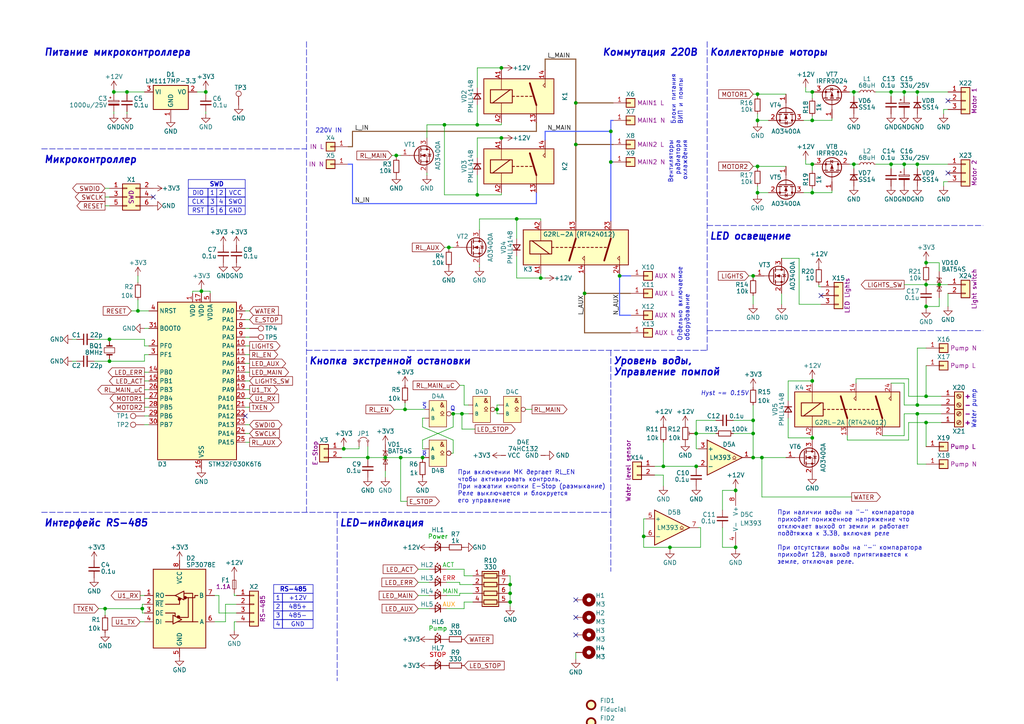
<source format=kicad_sch>
(kicad_sch
	(version 20231120)
	(generator "eeschema")
	(generator_version "8.0")
	(uuid "6450e7fa-7a31-4aa4-8e80-7e6cbe2452fc")
	(paper "A4")
	(title_block
		(title "RS485_Relay V2 module")
		(rev "2")
		(company "ООО \"Экросхим\"")
		(comment 1 "Anton Mukhin")
	)
	
	(junction
		(at 262.255 26.67)
		(diameter 0)
		(color 0 0 0 0)
		(uuid "025861c3-9559-4ee6-bd02-0a9dcb606de5")
	)
	(junction
		(at 266.065 47.625)
		(diameter 0)
		(color 0 0 0 0)
		(uuid "05ea3b54-db05-475d-8a61-c27f7472cb87")
	)
	(junction
		(at 235.585 34.925)
		(diameter 0)
		(color 0 0 0 0)
		(uuid "077cc5b7-ff23-4099-afa7-545f65105d99")
	)
	(junction
		(at 177.165 38.1)
		(diameter 0)
		(color 0 0 0 0)
		(uuid "0be94d74-4197-43a5-86bd-bc3c880a49b6")
	)
	(junction
		(at 219.71 55.88)
		(diameter 0)
		(color 0 0 0 0)
		(uuid "0c0c38bb-ac3c-4f33-b3d5-7001cf3cf660")
	)
	(junction
		(at 138.43 56.515)
		(diameter 0)
		(color 0 0 0 0)
		(uuid "0cd95bb8-82a0-46a1-911a-3d045eb8684f")
	)
	(junction
		(at 58.42 84.455)
		(diameter 0)
		(color 0 0 0 0)
		(uuid "0d0a0bc9-4b99-4e81-b380-c4ceadb79b11")
	)
	(junction
		(at 268.605 122.555)
		(diameter 0)
		(color 0 0 0 0)
		(uuid "0f5f9fd3-cad9-4fcc-a351-5391f31d8cf7")
	)
	(junction
		(at 268.605 88.9)
		(diameter 0)
		(color 0 0 0 0)
		(uuid "0fdc5ad0-973c-4080-80d6-9966388d9dd4")
	)
	(junction
		(at 235.585 26.67)
		(diameter 0)
		(color 0 0 0 0)
		(uuid "110b7e71-4eeb-4d1d-9c7c-47e1a96e68cc")
	)
	(junction
		(at 272.415 82.55)
		(diameter 0)
		(color 0 0 0 0)
		(uuid "187bc0b2-e2b5-4b43-8b92-3becff17f88d")
	)
	(junction
		(at 262.255 47.625)
		(diameter 0)
		(color 0 0 0 0)
		(uuid "1f3971c9-d882-427b-8124-4eaba1b5e5ca")
	)
	(junction
		(at 192.405 135.255)
		(diameter 0)
		(color 0 0 0 0)
		(uuid "2051fc95-f1ce-412d-a87f-2a94e6a96e67")
	)
	(junction
		(at 194.31 158.75)
		(diameter 0)
		(color 0 0 0 0)
		(uuid "2167fd11-485c-4c85-8740-09b45325c014")
	)
	(junction
		(at 258.445 47.625)
		(diameter 0)
		(color 0 0 0 0)
		(uuid "227cc3da-ee51-41c1-8f39-3066c60e2d00")
	)
	(junction
		(at 268.605 114.935)
		(diameter 0)
		(color 0 0 0 0)
		(uuid "236b0db4-28f3-4b6e-9461-70758d7bdc3b")
	)
	(junction
		(at 218.44 125.73)
		(diameter 0)
		(color 0 0 0 0)
		(uuid "27ea5af2-0afa-46e2-a598-2ba24dcc1ac9")
	)
	(junction
		(at 266.065 117.475)
		(diameter 0)
		(color 0 0 0 0)
		(uuid "293f9a76-8490-4fd0-98a0-e1c943a80e6e")
	)
	(junction
		(at 133.985 120.015)
		(diameter 0)
		(color 0 0 0 0)
		(uuid "2d1a3b91-6cdd-45aa-bc7e-5a1793bb6506")
	)
	(junction
		(at 213.36 142.24)
		(diameter 0)
		(color 0 0 0 0)
		(uuid "2e3c7c96-c41a-4fb8-8d7b-2bf0e5108e66")
	)
	(junction
		(at 147.955 169.545)
		(diameter 0)
		(color 0 0 0 0)
		(uuid "36a2ed52-0d63-4126-898c-85fe0410d891")
	)
	(junction
		(at 122.555 132.715)
		(diameter 0)
		(color 0 0 0 0)
		(uuid "37f93377-2764-4d49-9ab6-38d54ac507d2")
	)
	(junction
		(at 219.71 48.26)
		(diameter 0)
		(color 0 0 0 0)
		(uuid "39f20107-2c50-42ed-a7c4-57329dfe56fa")
	)
	(junction
		(at 220.98 132.715)
		(diameter 0)
		(color 0 0 0 0)
		(uuid "41555883-9cac-4116-8698-ba71ce74f7e4")
	)
	(junction
		(at 268.605 76.2)
		(diameter 0)
		(color 0 0 0 0)
		(uuid "43fc6e5f-fcc7-42af-8f7d-38b2562e4303")
	)
	(junction
		(at 235.585 47.625)
		(diameter 0)
		(color 0 0 0 0)
		(uuid "4a0c4f3b-15d0-461b-9b5b-5e6485cce6f4")
	)
	(junction
		(at 201.93 125.73)
		(diameter 0)
		(color 0 0 0 0)
		(uuid "4e3b8dc2-de67-49e5-abb0-3b2964777377")
	)
	(junction
		(at 99.695 130.175)
		(diameter 0)
		(color 0 0 0 0)
		(uuid "500bc291-74f5-404c-a54a-494e928b6b01")
	)
	(junction
		(at 147.955 172.085)
		(diameter 0)
		(color 0 0 0 0)
		(uuid "53022e14-a6b2-4687-8568-ed01bb0bc801")
	)
	(junction
		(at 149.86 63.5)
		(diameter 0)
		(color 0 0 0 0)
		(uuid "533a4b70-f71b-44d5-b4e3-3f2097299e9c")
	)
	(junction
		(at 218.44 132.715)
		(diameter 0)
		(color 0 0 0 0)
		(uuid "54bad2b4-13ca-4ccd-99ec-16651a6a77d5")
	)
	(junction
		(at 138.43 36.195)
		(diameter 0)
		(color 0 0 0 0)
		(uuid "55c7bdf3-5f8f-4771-9d1d-19fdb4d5c4ab")
	)
	(junction
		(at 31.75 98.425)
		(diameter 0)
		(color 0 0 0 0)
		(uuid "5b8f7dcc-5c75-4ac6-9d15-61476b3c3ab6")
	)
	(junction
		(at 128.905 36.195)
		(diameter 0)
		(color 0 0 0 0)
		(uuid "5d6c6750-430b-4bfe-b825-1b5354ce9c0f")
	)
	(junction
		(at 169.545 85.09)
		(diameter 0)
		(color 0 0 0 0)
		(uuid "65bf29da-2ed8-4872-8fd2-409bb2167fcd")
	)
	(junction
		(at 147.955 174.625)
		(diameter 0)
		(color 0 0 0 0)
		(uuid "66daeb34-ae29-4d79-939a-fe7740178441")
	)
	(junction
		(at 131.445 120.015)
		(diameter 0)
		(color 0 0 0 0)
		(uuid "67d5c6ea-8a2b-48fd-a4df-a2ed4dcd7647")
	)
	(junction
		(at 247.65 47.625)
		(diameter 0)
		(color 0 0 0 0)
		(uuid "6f042441-4e4f-4e2c-854b-fadc83e03487")
	)
	(junction
		(at 167.005 41.91)
		(diameter 0)
		(color 0 0 0 0)
		(uuid "7a74a676-8563-419b-871a-85105152586b")
	)
	(junction
		(at 30.48 176.53)
		(diameter 0)
		(color 0 0 0 0)
		(uuid "7b973aa7-967b-4d7c-a42d-226863a3855e")
	)
	(junction
		(at 218.44 80.01)
		(diameter 0)
		(color 0 0 0 0)
		(uuid "7e440e3a-3a2b-4310-a85d-704e207ca204")
	)
	(junction
		(at 33.02 26.67)
		(diameter 0)
		(color 0 0 0 0)
		(uuid "80103748-55ed-41b6-830a-41b5cae1ea4f")
	)
	(junction
		(at 41.275 176.53)
		(diameter 0)
		(color 0 0 0 0)
		(uuid "857ada16-b94d-4a33-95b4-1659a5c003cf")
	)
	(junction
		(at 111.76 132.715)
		(diameter 0)
		(color 0 0 0 0)
		(uuid "878ca46b-e5c5-42b7-b400-364d4b976d84")
	)
	(junction
		(at 268.605 82.55)
		(diameter 0)
		(color 0 0 0 0)
		(uuid "8916e602-afa6-4cba-adf2-1a6ae4a4e818")
	)
	(junction
		(at 247.65 26.67)
		(diameter 0)
		(color 0 0 0 0)
		(uuid "9070c74b-7696-4e92-93eb-79dd9f9bfd95")
	)
	(junction
		(at 201.93 135.255)
		(diameter 0)
		(color 0 0 0 0)
		(uuid "933f608a-7f52-47ea-b469-7b36181f332c")
	)
	(junction
		(at 130.175 71.755)
		(diameter 0)
		(color 0 0 0 0)
		(uuid "96d486fe-3702-4d60-a82f-e8ed9056080c")
	)
	(junction
		(at 116.205 132.715)
		(diameter 0)
		(color 0 0 0 0)
		(uuid "a1402cfd-4257-40d0-9e4a-6cc726dc085d")
	)
	(junction
		(at 266.065 120.015)
		(diameter 0)
		(color 0 0 0 0)
		(uuid "aaedd42c-4232-4c1f-93d2-69c5641e2ad6")
	)
	(junction
		(at 145.415 40.005)
		(diameter 0)
		(color 0 0 0 0)
		(uuid "b02e3344-22f9-42e7-866f-9e0b640cc9ac")
	)
	(junction
		(at 219.71 34.925)
		(diameter 0)
		(color 0 0 0 0)
		(uuid "b1393ca2-d170-4656-923e-9350fbbcec10")
	)
	(junction
		(at 59.69 26.67)
		(diameter 0)
		(color 0 0 0 0)
		(uuid "b62da96e-bb76-44fd-b2a1-0217c85053cd")
	)
	(junction
		(at 114.935 45.085)
		(diameter 0)
		(color 0 0 0 0)
		(uuid "bdfb88c2-9246-4b92-85b9-7d4fa2c8e2c0")
	)
	(junction
		(at 258.445 26.67)
		(diameter 0)
		(color 0 0 0 0)
		(uuid "bfac10f2-123d-488a-bc50-e2754c4c3ccd")
	)
	(junction
		(at 31.75 104.775)
		(diameter 0)
		(color 0 0 0 0)
		(uuid "c26f93a6-4f08-4fc2-b35b-6c12c5252821")
	)
	(junction
		(at 36.83 26.67)
		(diameter 0)
		(color 0 0 0 0)
		(uuid "c540ea47-b008-4fc7-802c-fd2fb31c75cc")
	)
	(junction
		(at 40.005 90.17)
		(diameter 0)
		(color 0 0 0 0)
		(uuid "c69ece61-cf8a-4a14-a080-5b124fc14304")
	)
	(junction
		(at 218.44 121.92)
		(diameter 0)
		(color 0 0 0 0)
		(uuid "caa25b21-7042-49b5-ba8e-e650c97121b1")
	)
	(junction
		(at 235.585 127)
		(diameter 0)
		(color 0 0 0 0)
		(uuid "cabf4744-c332-47ee-8f69-efbc1a99fbd1")
	)
	(junction
		(at 167.005 29.845)
		(diameter 0)
		(color 0 0 0 0)
		(uuid "cb998d4c-f26c-4459-abcd-12f57485ad6b")
	)
	(junction
		(at 177.165 46.99)
		(diameter 0)
		(color 0 0 0 0)
		(uuid "cbb40fd7-82dd-4cf5-bf6b-c000bf2d792f")
	)
	(junction
		(at 186.69 155.575)
		(diameter 0)
		(color 0 0 0 0)
		(uuid "cc605d83-b9bc-4e7b-85f5-4ff3119684c8")
	)
	(junction
		(at 144.145 118.745)
		(diameter 0)
		(color 0 0 0 0)
		(uuid "d31ee352-9853-40f1-a9e6-f711a7f6e079")
	)
	(junction
		(at 213.36 158.75)
		(diameter 0)
		(color 0 0 0 0)
		(uuid "d8578f05-a456-4a12-936b-72167241647f")
	)
	(junction
		(at 235.585 55.88)
		(diameter 0)
		(color 0 0 0 0)
		(uuid "db0d85a7-3928-429b-ae8a-a3e1f08e4e28")
	)
	(junction
		(at 179.705 80.01)
		(diameter 0)
		(color 0 0 0 0)
		(uuid "dc6b09a6-c221-4183-a6ac-89d66c1a8ba2")
	)
	(junction
		(at 145.415 19.685)
		(diameter 0)
		(color 0 0 0 0)
		(uuid "df8ba9ac-3cb7-4cae-ba74-a19d4fdf57d1")
	)
	(junction
		(at 235.585 110.49)
		(diameter 0)
		(color 0 0 0 0)
		(uuid "dfebfafd-ac40-415b-8d6f-168a5f120789")
	)
	(junction
		(at 156.845 80.645)
		(diameter 0)
		(color 0 0 0 0)
		(uuid "e2d4d49e-bfd8-41fd-a192-6a0451d0081b")
	)
	(junction
		(at 266.065 26.67)
		(diameter 0)
		(color 0 0 0 0)
		(uuid "e6dbe63b-48bb-4339-8bb7-c2978fe186fa")
	)
	(junction
		(at 106.68 132.715)
		(diameter 0)
		(color 0 0 0 0)
		(uuid "ead377f6-9f70-46d5-99a7-71cf222f7994")
	)
	(junction
		(at 117.475 118.745)
		(diameter 0)
		(color 0 0 0 0)
		(uuid "f09829d1-30a2-4b66-b1a1-f55c538c91a8")
	)
	(junction
		(at 219.71 27.305)
		(diameter 0)
		(color 0 0 0 0)
		(uuid "ffcdf3fd-3f76-49e3-aa46-7be728dc307c")
	)
	(no_connect
		(at 71.12 120.65)
		(uuid "03f8abea-e6c1-455c-84e4-6cd5273dad97")
	)
	(no_connect
		(at 167.005 184.15)
		(uuid "1c44ba37-14b3-405b-a54f-e7dcfcad7590")
	)
	(no_connect
		(at 238.125 85.725)
		(uuid "31a690ea-4b5b-43ad-9006-4510d71109a9")
	)
	(no_connect
		(at 44.45 57.15)
		(uuid "684d7b93-7724-429f-9672-a6aac24ff43d")
	)
	(no_connect
		(at 167.005 179.07)
		(uuid "96716cc6-9055-4b35-92d8-af019611fa49")
	)
	(no_connect
		(at 274.955 29.21)
		(uuid "d3831871-95b0-42eb-bd90-4b6bf35bc9ab")
	)
	(no_connect
		(at 274.955 50.165)
		(uuid "eb12b70a-10cd-4e3c-94e6-13cdb3dd8f57")
	)
	(no_connect
		(at 167.005 173.99)
		(uuid "f8836111-faf3-43b2-8065-b2ef53ec5bf3")
	)
	(wire
		(pts
			(xy 111.76 132.715) (xy 116.205 132.715)
		)
		(stroke
			(width 0)
			(type default)
		)
		(uuid "0087c397-f528-42ef-a7c1-acdd726555d9")
	)
	(wire
		(pts
			(xy 30.48 57.15) (xy 31.75 57.15)
		)
		(stroke
			(width 0)
			(type default)
		)
		(uuid "00b6dd6d-436d-4ce0-a32e-b73d035b4b02")
	)
	(wire
		(pts
			(xy 139.065 76.835) (xy 139.065 77.47)
		)
		(stroke
			(width 0)
			(type default)
		)
		(uuid "0127a94d-4374-4d4c-be2a-2d00bb563f3e")
	)
	(wire
		(pts
			(xy 201.93 135.255) (xy 202.565 135.255)
		)
		(stroke
			(width 0)
			(type default)
		)
		(uuid "02be5ec9-b021-4f94-b855-741a971830a5")
	)
	(wire
		(pts
			(xy 135.89 117.475) (xy 134.62 117.475)
		)
		(stroke
			(width 0)
			(type default)
		)
		(uuid "035dc596-e3ab-4253-9de6-17563127271c")
	)
	(wire
		(pts
			(xy 71.12 110.49) (xy 72.39 110.49)
		)
		(stroke
			(width 0)
			(type default)
		)
		(uuid "039410ce-cf4d-46f8-b718-73fdb47d6fdf")
	)
	(wire
		(pts
			(xy 218.44 85.725) (xy 218.44 88.265)
		)
		(stroke
			(width 0)
			(type default)
		)
		(uuid "040015b5-b357-4461-b05a-895138c15b93")
	)
	(wire
		(pts
			(xy 245.745 126.365) (xy 245.745 127.635)
		)
		(stroke
			(width 0)
			(type default)
		)
		(uuid "04155474-4984-4345-9fd9-7f0da614a137")
	)
	(wire
		(pts
			(xy 167.005 189.23) (xy 167.005 191.135)
		)
		(stroke
			(width 0)
			(type default)
		)
		(uuid "047109a4-8044-4b43-8813-c4cded0fffe5")
	)
	(wire
		(pts
			(xy 133.35 172.72) (xy 133.35 172.085)
		)
		(stroke
			(width 0)
			(type default)
		)
		(uuid "056c5ecb-4673-4d09-9185-b2dd7c23cb00")
	)
	(wire
		(pts
			(xy 30.48 176.53) (xy 41.275 176.53)
		)
		(stroke
			(width 0)
			(type default)
		)
		(uuid "05d85703-ced6-42c8-a0a4-fe022770cba4")
	)
	(wire
		(pts
			(xy 194.31 158.75) (xy 194.31 159.385)
		)
		(stroke
			(width 0)
			(type default)
		)
		(uuid "06a89d01-6bd4-4175-87b2-1fcd403c729e")
	)
	(wire
		(pts
			(xy 149.86 74.295) (xy 149.86 80.645)
		)
		(stroke
			(width 0)
			(type default)
		)
		(uuid "06bfd472-3e76-4bd9-b783-71d69b231475")
	)
	(wire
		(pts
			(xy 68.58 180.34) (xy 67.945 180.34)
		)
		(stroke
			(width 0)
			(type default)
		)
		(uuid "08bf49bc-949f-4c3e-8f40-c89978628c39")
	)
	(wire
		(pts
			(xy 133.35 169.545) (xy 137.16 169.545)
		)
		(stroke
			(width 0)
			(type default)
		)
		(uuid "09084143-c152-4d14-9cde-2875a560dc3e")
	)
	(wire
		(pts
			(xy 209.55 153.035) (xy 209.55 158.75)
		)
		(stroke
			(width 0)
			(type default)
		)
		(uuid "0a853dc6-dd2a-437b-a440-87521a88cf43")
	)
	(wire
		(pts
			(xy 106.68 132.715) (xy 106.68 133.35)
		)
		(stroke
			(width 0)
			(type default)
		)
		(uuid "0a976d54-7133-42b0-96e4-ea2b8a2cc022")
	)
	(wire
		(pts
			(xy 36.83 26.67) (xy 41.91 26.67)
		)
		(stroke
			(width 0)
			(type default)
		)
		(uuid "0aac398f-a3c9-4277-b714-3dff0b7b2fc8")
	)
	(wire
		(pts
			(xy 262.255 126.365) (xy 262.255 120.015)
		)
		(stroke
			(width 0)
			(type default)
		)
		(uuid "0b8f9e17-8cce-42c6-b8dd-dc8146f3f165")
	)
	(wire
		(pts
			(xy 118.11 145.415) (xy 116.205 145.415)
		)
		(stroke
			(width 0)
			(type default)
		)
		(uuid "0c014cbf-60e8-4deb-b8a0-4538efb5db7a")
	)
	(wire
		(pts
			(xy 266.065 117.475) (xy 273.05 117.475)
		)
		(stroke
			(width 0)
			(type default)
		)
		(uuid "0ce04c61-c60f-4cfb-bf55-590783100c57")
	)
	(wire
		(pts
			(xy 147.32 169.545) (xy 147.955 169.545)
		)
		(stroke
			(width 0)
			(type default)
		)
		(uuid "0d09c338-b37f-46e3-b77c-ae4bcd93c8f6")
	)
	(polyline
		(pts
			(xy 88.9 12.065) (xy 88.9 148.59)
		)
		(stroke
			(width 0)
			(type dash)
		)
		(uuid "0df5bca9-5c26-4f85-9f2d-852a70bd0685")
	)
	(wire
		(pts
			(xy 262.255 117.475) (xy 266.065 117.475)
		)
		(stroke
			(width 0)
			(type default)
		)
		(uuid "0edeeff1-4a45-44cc-93d7-665a2028f2bf")
	)
	(wire
		(pts
			(xy 268.605 134.62) (xy 266.065 134.62)
		)
		(stroke
			(width 0)
			(type default)
		)
		(uuid "0f1b1797-6c66-4d5a-be42-1e1cf8f1d0d5")
	)
	(wire
		(pts
			(xy 41.91 104.775) (xy 31.75 104.775)
		)
		(stroke
			(width 0)
			(type default)
		)
		(uuid "0f79eee7-bcf2-4b1b-9087-ff8e92ab9861")
	)
	(wire
		(pts
			(xy 228.6 121.285) (xy 228.6 127)
		)
		(stroke
			(width 0)
			(type default)
		)
		(uuid "12176ba6-4a54-41b2-bece-0a02fe2b49c4")
	)
	(wire
		(pts
			(xy 233.045 55.88) (xy 235.585 55.88)
		)
		(stroke
			(width 0)
			(type default)
		)
		(uuid "123a1267-58f1-4fd3-ae03-42297840b3ce")
	)
	(wire
		(pts
			(xy 147.955 174.625) (xy 147.955 175.895)
		)
		(stroke
			(width 0)
			(type default)
		)
		(uuid "12d537bf-e329-4383-8179-4d6d5bef6387")
	)
	(wire
		(pts
			(xy 138.43 45.72) (xy 138.43 40.005)
		)
		(stroke
			(width 0)
			(type default)
		)
		(uuid "12d7248f-4b18-4f13-8c77-1634e091e700")
	)
	(wire
		(pts
			(xy 167.005 17.145) (xy 167.005 29.845)
		)
		(stroke
			(width 0.3)
			(type default)
			(color 136 81 44 1)
		)
		(uuid "13cb3e7b-2f39-427f-bbcc-9f2a539ddf72")
	)
	(wire
		(pts
			(xy 134.62 111.76) (xy 133.35 111.76)
		)
		(stroke
			(width 0)
			(type default)
		)
		(uuid "13db0860-7d38-407c-99d7-551a3bfcd905")
	)
	(wire
		(pts
			(xy 20.955 98.425) (xy 22.225 98.425)
		)
		(stroke
			(width 0)
			(type default)
		)
		(uuid "1419981e-88bf-4db6-b1db-ab5777992550")
	)
	(wire
		(pts
			(xy 59.69 26.67) (xy 59.69 27.305)
		)
		(stroke
			(width 0)
			(type default)
		)
		(uuid "1477ee0f-c249-411e-a382-ca1ec47e4edd")
	)
	(wire
		(pts
			(xy 41.91 98.425) (xy 31.75 98.425)
		)
		(stroke
			(width 0)
			(type default)
		)
		(uuid "15029913-33db-498e-b216-9fb60a7b72f0")
	)
	(wire
		(pts
			(xy 201.93 121.92) (xy 201.93 125.73)
		)
		(stroke
			(width 0)
			(type default)
		)
		(uuid "160541d6-d991-4aa3-b659-09c666c96545")
	)
	(wire
		(pts
			(xy 145.415 19.685) (xy 145.415 20.32)
		)
		(stroke
			(width 0)
			(type default)
		)
		(uuid "166338aa-4e3b-4f51-b567-4f99a0042745")
	)
	(wire
		(pts
			(xy 247.65 47.625) (xy 247.65 48.895)
		)
		(stroke
			(width 0)
			(type default)
		)
		(uuid "17007c84-cfc1-4253-8728-4f744ac2a149")
	)
	(wire
		(pts
			(xy 192.405 137.795) (xy 192.405 140.97)
		)
		(stroke
			(width 0)
			(type default)
		)
		(uuid "17d9b1b6-6c2d-46eb-b69a-1d98ee0826fb")
	)
	(wire
		(pts
			(xy 231.775 74.93) (xy 226.695 74.93)
		)
		(stroke
			(width 0)
			(type default)
		)
		(uuid "1837ad3e-570d-4b00-99e5-63c9573acc2d")
	)
	(wire
		(pts
			(xy 272.415 78.74) (xy 272.415 76.2)
		)
		(stroke
			(width 0)
			(type default)
		)
		(uuid "1925b013-8e8d-4ffb-99d1-2a3bb7f6d550")
	)
	(wire
		(pts
			(xy 235.585 26.67) (xy 236.22 26.67)
		)
		(stroke
			(width 0)
			(type default)
		)
		(uuid "1b1acf1b-47b3-4766-a109-55f9b7ea8341")
	)
	(wire
		(pts
			(xy 71.12 100.33) (xy 72.39 100.33)
		)
		(stroke
			(width 0)
			(type default)
		)
		(uuid "1b6f73a7-7126-47d7-8ad6-9570e460c61a")
	)
	(wire
		(pts
			(xy 235.585 126.365) (xy 235.585 127)
		)
		(stroke
			(width 0)
			(type default)
		)
		(uuid "1c271aac-4ec3-43e9-a766-e3a52872b154")
	)
	(wire
		(pts
			(xy 218.44 48.26) (xy 219.71 48.26)
		)
		(stroke
			(width 0)
			(type default)
		)
		(uuid "1d23b895-4f35-4397-a268-f72f0114a51f")
	)
	(wire
		(pts
			(xy 71.12 123.19) (xy 72.39 123.19)
		)
		(stroke
			(width 0)
			(type default)
		)
		(uuid "1df18233-294b-4e69-b9ab-13113479077b")
	)
	(wire
		(pts
			(xy 43.18 102.87) (xy 41.91 102.87)
		)
		(stroke
			(width 0)
			(type default)
		)
		(uuid "1e47a892-eaf6-495e-a803-5e7f85b050a7")
	)
	(wire
		(pts
			(xy 28.575 176.53) (xy 30.48 176.53)
		)
		(stroke
			(width 0)
			(type default)
		)
		(uuid "1e81dc6a-26e3-490d-ac33-dd1398cece90")
	)
	(wire
		(pts
			(xy 231.775 88.265) (xy 231.775 74.93)
		)
		(stroke
			(width 0)
			(type default)
		)
		(uuid "2025d6cd-e377-49c6-be1d-5c645c4db21b")
	)
	(wire
		(pts
			(xy 102.235 59.055) (xy 102.235 47.625)
		)
		(stroke
			(width 0.3)
			(type default)
			(color 71 92 255 1)
		)
		(uuid "207c98a0-878d-4842-bd2b-fbdcb7e9b013")
	)
	(wire
		(pts
			(xy 68.58 172.72) (xy 67.945 172.72)
		)
		(stroke
			(width 0)
			(type default)
		)
		(uuid "2269f297-920d-4853-b6af-0344ca220164")
	)
	(wire
		(pts
			(xy 274.955 52.705) (xy 273.685 52.705)
		)
		(stroke
			(width 0)
			(type default)
		)
		(uuid "22a6a1d7-9c18-4e53-8439-0f528505a962")
	)
	(wire
		(pts
			(xy 67.945 180.34) (xy 67.945 182.88)
		)
		(stroke
			(width 0)
			(type default)
		)
		(uuid "232481bf-fde3-48ad-8c36-47b49ba9314d")
	)
	(wire
		(pts
			(xy 177.165 46.99) (xy 177.165 64.135)
		)
		(stroke
			(width 0.3)
			(type default)
			(color 71 92 255 1)
		)
		(uuid "23c4c183-5196-4ad3-8917-ab3a5b65235c")
	)
	(wire
		(pts
			(xy 152.4 118.745) (xy 154.305 118.745)
		)
		(stroke
			(width 0)
			(type default)
		)
		(uuid "23eec670-03f3-4416-9740-c83aad4d2fb0")
	)
	(wire
		(pts
			(xy 247.015 144.145) (xy 220.98 144.145)
		)
		(stroke
			(width 0)
			(type default)
		)
		(uuid "23f20a31-404e-4134-9d1e-8b5d4e912506")
	)
	(wire
		(pts
			(xy 233.045 34.925) (xy 235.585 34.925)
		)
		(stroke
			(width 0)
			(type default)
		)
		(uuid "2548f921-b2b7-454d-8a1f-692da923f004")
	)
	(wire
		(pts
			(xy 218.44 80.01) (xy 218.44 80.645)
		)
		(stroke
			(width 0)
			(type default)
		)
		(uuid "2666ef53-0e18-4d64-9516-0bf12c479c20")
	)
	(wire
		(pts
			(xy 31.75 98.425) (xy 31.75 99.06)
		)
		(stroke
			(width 0)
			(type default)
		)
		(uuid "268518ad-e8fd-4cdd-bc31-61ff944e1f40")
	)
	(wire
		(pts
			(xy 219.71 48.26) (xy 227.965 48.26)
		)
		(stroke
			(width 0)
			(type default)
		)
		(uuid "271ff14e-a9a0-4842-8b72-2f84a917eaf3")
	)
	(wire
		(pts
			(xy 235.585 127) (xy 235.585 127.635)
		)
		(stroke
			(width 0)
			(type default)
		)
		(uuid "29071455-d5ff-46cc-929c-e299a5e8be09")
	)
	(wire
		(pts
			(xy 129.54 165.1) (xy 134.62 165.1)
		)
		(stroke
			(width 0)
			(type default)
		)
		(uuid "29ac071c-2081-4f70-83a0-542bdf7b9db9")
	)
	(wire
		(pts
			(xy 155.575 38.1) (xy 102.235 38.1)
		)
		(stroke
			(width 0.3)
			(type default)
			(color 136 81 44 1)
		)
		(uuid "2a583fc8-5844-48c7-a0a9-d13229de2da4")
	)
	(wire
		(pts
			(xy 263.525 109.855) (xy 263.525 114.935)
		)
		(stroke
			(width 0)
			(type default)
		)
		(uuid "2c38ca7b-c644-4b12-8e81-4a3d9a6c2571")
	)
	(wire
		(pts
			(xy 38.1 90.17) (xy 40.005 90.17)
		)
		(stroke
			(width 0)
			(type default)
		)
		(uuid "2c38d587-cc4f-441b-9863-712b2d508a2f")
	)
	(wire
		(pts
			(xy 158.115 38.1) (xy 177.165 38.1)
		)
		(stroke
			(width 0.3)
			(type default)
			(color 71 92 255 1)
		)
		(uuid "2cecdb9a-d259-40d5-9d6e-83d46f29f300")
	)
	(wire
		(pts
			(xy 258.445 47.625) (xy 258.445 48.895)
		)
		(stroke
			(width 0)
			(type default)
		)
		(uuid "2d057875-ccf2-4298-b333-380e3eba14d0")
	)
	(wire
		(pts
			(xy 207.645 121.92) (xy 201.93 121.92)
		)
		(stroke
			(width 0)
			(type default)
		)
		(uuid "2d78fefa-e62f-41ed-ac94-72d24a5450e4")
	)
	(wire
		(pts
			(xy 144.145 117.475) (xy 144.78 117.475)
		)
		(stroke
			(width 0)
			(type default)
		)
		(uuid "2df62fbf-5507-46a8-b940-07f3af28b595")
	)
	(wire
		(pts
			(xy 41.91 115.57) (xy 43.18 115.57)
		)
		(stroke
			(width 0)
			(type default)
		)
		(uuid "2f86537e-afb2-48c2-9a0f-1a81b5c37a9b")
	)
	(wire
		(pts
			(xy 30.48 54.61) (xy 31.75 54.61)
		)
		(stroke
			(width 0)
			(type default)
		)
		(uuid "301684d8-09d6-4759-bbdd-173ee1a0597a")
	)
	(wire
		(pts
			(xy 40.005 86.995) (xy 40.005 90.17)
		)
		(stroke
			(width 0)
			(type default)
		)
		(uuid "304f4f5a-b256-4752-9b0e-640b9f5a6a37")
	)
	(wire
		(pts
			(xy 268.605 122.555) (xy 273.05 122.555)
		)
		(stroke
			(width 0)
			(type default)
		)
		(uuid "30e71616-9ae5-443f-a370-accdb2fffd86")
	)
	(wire
		(pts
			(xy 149.86 63.5) (xy 156.845 63.5)
		)
		(stroke
			(width 0)
			(type default)
		)
		(uuid "311a0e8e-1260-4d95-8fcd-0bf529c9f379")
	)
	(wire
		(pts
			(xy 233.68 25.4) (xy 233.68 26.67)
		)
		(stroke
			(width 0)
			(type default)
		)
		(uuid "313adca8-0e6b-47dc-ba38-9e0b7f573117")
	)
	(wire
		(pts
			(xy 258.445 111.125) (xy 262.255 111.125)
		)
		(stroke
			(width 0)
			(type default)
		)
		(uuid "3140fe28-db81-4e64-952a-3c17cd55cb3c")
	)
	(wire
		(pts
			(xy 57.15 26.67) (xy 59.69 26.67)
		)
		(stroke
			(width 0)
			(type default)
		)
		(uuid "31ae2781-f7b0-46d5-aaed-883848cb20df")
	)
	(wire
		(pts
			(xy 177.165 38.1) (xy 177.165 46.99)
		)
		(stroke
			(width 0.3)
			(type default)
			(color 71 92 255 1)
		)
		(uuid "33222966-41cf-4aa2-870a-775d0910186d")
	)
	(wire
		(pts
			(xy 71.12 97.79) (xy 72.39 97.79)
		)
		(stroke
			(width 0)
			(type default)
		)
		(uuid "34aa6a88-7b00-4893-8905-6f101bf6ffdd")
	)
	(wire
		(pts
			(xy 41.91 110.49) (xy 43.18 110.49)
		)
		(stroke
			(width 0)
			(type default)
		)
		(uuid "35e0aadf-ad93-462c-98e4-5d2dd9c3f490")
	)
	(wire
		(pts
			(xy 71.12 107.95) (xy 72.39 107.95)
		)
		(stroke
			(width 0)
			(type default)
		)
		(uuid "36b52cc7-e3ba-4c09-9df9-5a0b999472bd")
	)
	(wire
		(pts
			(xy 268.605 114.935) (xy 273.05 114.935)
		)
		(stroke
			(width 0)
			(type default)
		)
		(uuid "373822e3-5a97-4dad-a253-ddc3b793d064")
	)
	(wire
		(pts
			(xy 177.165 34.925) (xy 177.165 38.1)
		)
		(stroke
			(width 0.3)
			(type default)
			(color 71 92 255 1)
		)
		(uuid "37412a9b-3b26-4b3e-b60c-0305e2b92acb")
	)
	(wire
		(pts
			(xy 263.525 127.635) (xy 263.525 122.555)
		)
		(stroke
			(width 0)
			(type default)
		)
		(uuid "376bca86-867e-4d53-852c-42d2f56c4e61")
	)
	(wire
		(pts
			(xy 268.605 81.915) (xy 268.605 82.55)
		)
		(stroke
			(width 0)
			(type default)
		)
		(uuid "38ebca48-4df0-4240-a15f-c3fc957bc2d5")
	)
	(wire
		(pts
			(xy 272.415 76.2) (xy 268.605 76.2)
		)
		(stroke
			(width 0)
			(type default)
		)
		(uuid "3931c579-0c9a-4623-973a-d2ef2654ef04")
	)
	(wire
		(pts
			(xy 219.71 34.925) (xy 222.885 34.925)
		)
		(stroke
			(width 0)
			(type default)
		)
		(uuid "39379aa3-2552-42d3-843f-7f19e25667ba")
	)
	(wire
		(pts
			(xy 133.985 124.46) (xy 133.985 120.015)
		)
		(stroke
			(width 0)
			(type default)
		)
		(uuid "395a4b76-048b-4f4e-aba9-cb12586957de")
	)
	(wire
		(pts
			(xy 71.12 115.57) (xy 72.39 115.57)
		)
		(stroke
			(width 0)
			(type default)
		)
		(uuid "39d40975-8197-4c2b-a312-2c27eda6798c")
	)
	(wire
		(pts
			(xy 158.115 38.1) (xy 158.115 40.64)
		)
		(stroke
			(width 0.3)
			(type default)
			(color 71 92 255 1)
		)
		(uuid "3baa2eed-40a7-4c3f-a5b1-0b26f695c977")
	)
	(wire
		(pts
			(xy 68.58 177.8) (xy 63.5 177.8)
		)
		(stroke
			(width 0)
			(type default)
		)
		(uuid "3d019a5a-36ba-46dd-b2d0-93bbb6a31dc4")
	)
	(wire
		(pts
			(xy 245.745 127.635) (xy 263.525 127.635)
		)
		(stroke
			(width 0)
			(type default)
		)
		(uuid "3fbcd283-7830-480e-85cd-7cba1be4230a")
	)
	(wire
		(pts
			(xy 67.945 172.72) (xy 67.945 172.085)
		)
		(stroke
			(width 0)
			(type default)
		)
		(uuid "3ffce9ea-6a9c-4605-bd4a-eafd6ddb5e31")
	)
	(wire
		(pts
			(xy 156.845 63.5) (xy 156.845 64.135)
		)
		(stroke
			(width 0)
			(type default)
		)
		(uuid "4000d0d4-3720-4515-9bf6-b60cb47ebb5d")
	)
	(wire
		(pts
			(xy 167.005 29.845) (xy 177.8 29.845)
		)
		(stroke
			(width 0.3)
			(type default)
			(color 136 81 44 1)
		)
		(uuid "40b59981-6f35-4443-af07-2374e49aa43e")
	)
	(wire
		(pts
			(xy 122.555 121.285) (xy 122.555 123.825)
		)
		(stroke
			(width 0)
			(type default)
		)
		(uuid "4132ff43-cd91-4b3d-843a-a8ca17d78f89")
	)
	(wire
		(pts
			(xy 139.065 63.5) (xy 149.86 63.5)
		)
		(stroke
			(width 0)
			(type default)
		)
		(uuid "4134e379-48a7-49e1-a2be-348d77cc34ff")
	)
	(wire
		(pts
			(xy 59.69 32.385) (xy 59.69 33.02)
		)
		(stroke
			(width 0)
			(type default)
		)
		(uuid "42887598-d59a-4185-8612-8657061760b6")
	)
	(wire
		(pts
			(xy 41.91 113.03) (xy 43.18 113.03)
		)
		(stroke
			(width 0)
			(type default)
		)
		(uuid "44b6fe80-91ab-43e9-a632-867442d8f3b4")
	)
	(wire
		(pts
			(xy 149.86 69.215) (xy 149.86 63.5)
		)
		(stroke
			(width 0)
			(type default)
		)
		(uuid "44d5cafb-d473-466c-8b81-8e82839d8829")
	)
	(wire
		(pts
			(xy 209.55 142.24) (xy 213.36 142.24)
		)
		(stroke
			(width 0)
			(type default)
		)
		(uuid "44ef3b3f-9bc1-49da-8c34-cc97a71e22be")
	)
	(wire
		(pts
			(xy 41.91 123.19) (xy 43.18 123.19)
		)
		(stroke
			(width 0)
			(type default)
		)
		(uuid "45820cd6-08f6-4824-980d-1f569f0327ad")
	)
	(wire
		(pts
			(xy 134.62 176.53) (xy 134.62 174.625)
		)
		(stroke
			(width 0)
			(type default)
		)
		(uuid "45f8731c-3f36-4c35-b2eb-90fe14eeb5bb")
	)
	(wire
		(pts
			(xy 217.17 80.01) (xy 218.44 80.01)
		)
		(stroke
			(width 0)
			(type default)
		)
		(uuid "466a55a9-ee42-4c7c-be78-54216c47c7a4")
	)
	(wire
		(pts
			(xy 20.955 104.775) (xy 22.225 104.775)
		)
		(stroke
			(width 0)
			(type default)
		)
		(uuid "480c20a0-9ddd-41b0-a9cb-60485c9e28c8")
	)
	(wire
		(pts
			(xy 58.42 83.82) (xy 58.42 84.455)
		)
		(stroke
			(width 0)
			(type default)
		)
		(uuid "488548fb-d2dc-44b0-8bb4-71620ba7080f")
	)
	(wire
		(pts
			(xy 235.585 54.61) (xy 235.585 55.88)
		)
		(stroke
			(width 0)
			(type default)
		)
		(uuid "492d00f2-58e2-45f1-81f5-f0e5ec09d003")
	)
	(wire
		(pts
			(xy 58.42 84.455) (xy 60.96 84.455)
		)
		(stroke
			(width 0)
			(type default)
		)
		(uuid "4938b4f9-ea85-4690-8900-64894491e7a5")
	)
	(wire
		(pts
			(xy 138.43 36.195) (xy 145.415 36.195)
		)
		(stroke
			(width 0)
			(type default)
		)
		(uuid "49ea047e-e6de-4579-9349-6a8ae9b32050")
	)
	(wire
		(pts
			(xy 130.175 71.755) (xy 131.445 71.755)
		)
		(stroke
			(width 0)
			(type default)
		)
		(uuid "4aa946cb-bf25-46f7-826c-293c98fbe0e3")
	)
	(wire
		(pts
			(xy 268.605 82.55) (xy 272.415 82.55)
		)
		(stroke
			(width 0)
			(type default)
		)
		(uuid "4b303469-8f29-41cb-94c8-30c9f782305b")
	)
	(wire
		(pts
			(xy 144.145 118.745) (xy 144.145 117.475)
		)
		(stroke
			(width 0)
			(type default)
		)
		(uuid "4c197d5c-674a-4b92-8abd-1345ada09b83")
	)
	(wire
		(pts
			(xy 218.44 132.715) (xy 218.44 125.73)
		)
		(stroke
			(width 0)
			(type default)
		)
		(uuid "4c6e91fd-a1d4-495b-9c2b-f93b0ced2240")
	)
	(wire
		(pts
			(xy 71.12 118.11) (xy 72.39 118.11)
		)
		(stroke
			(width 0)
			(type default)
		)
		(uuid "4c75a68f-9e52-420b-8b84-83c1a66ee899")
	)
	(wire
		(pts
			(xy 219.71 55.88) (xy 219.71 53.975)
		)
		(stroke
			(width 0)
			(type default)
		)
		(uuid "4c9293f3-ecfd-4871-bd83-b95ca7695dbb")
	)
	(wire
		(pts
			(xy 179.705 79.375) (xy 179.705 80.01)
		)
		(stroke
			(width 0.3)
			(type default)
			(color 71 92 255 1)
		)
		(uuid "4d73b166-ceff-4b25-b465-e4537ccc1bcc")
	)
	(wire
		(pts
			(xy 131.445 127.635) (xy 131.445 131.445)
		)
		(stroke
			(width 0)
			(type default)
		)
		(uuid "4d87ed5f-0ef1-48e0-ace6-73b7707252a9")
	)
	(wire
		(pts
			(xy 201.93 135.255) (xy 201.93 135.89)
		)
		(stroke
			(width 0)
			(type default)
		)
		(uuid "4e2d7d1d-ecdc-48e4-a942-2a1168097261")
	)
	(wire
		(pts
			(xy 130.175 71.755) (xy 130.175 72.39)
		)
		(stroke
			(width 0)
			(type default)
		)
		(uuid "4ec03816-8260-4a72-abd6-e5c7a4489bda")
	)
	(wire
		(pts
			(xy 201.295 125.73) (xy 201.93 125.73)
		)
		(stroke
			(width 0)
			(type default)
		)
		(uuid "4f80a63c-ed22-4a76-bdaa-f60b863c9a8a")
	)
	(wire
		(pts
			(xy 33.02 26.035) (xy 33.02 26.67)
		)
		(stroke
			(width 0)
			(type default)
		)
		(uuid "4f9d2a4b-73c0-48d7-86e0-af0f123e4b05")
	)
	(wire
		(pts
			(xy 231.775 88.265) (xy 238.125 88.265)
		)
		(stroke
			(width 0)
			(type default)
		)
		(uuid "502ecd8a-424d-4318-a8b7-a1cec5f79268")
	)
	(wire
		(pts
			(xy 117.475 118.745) (xy 123.19 118.745)
		)
		(stroke
			(width 0)
			(type default)
		)
		(uuid "50d899df-96c7-4ec0-b8e4-00449f2243f3")
	)
	(wire
		(pts
			(xy 219.71 35.56) (xy 219.71 34.925)
		)
		(stroke
			(width 0)
			(type default)
		)
		(uuid "51374a7f-a2b3-4c12-b4ef-6f53c52dbc5a")
	)
	(wire
		(pts
			(xy 40.64 172.72) (xy 41.91 172.72)
		)
		(stroke
			(width 0)
			(type default)
		)
		(uuid "522d026c-fa15-4e72-a6ae-ab60ed302773")
	)
	(wire
		(pts
			(xy 147.955 169.545) (xy 147.955 172.085)
		)
		(stroke
			(width 0)
			(type default)
		)
		(uuid "53af094c-3b85-4443-b1cb-f22e2537335b")
	)
	(wire
		(pts
			(xy 186.69 155.575) (xy 187.325 155.575)
		)
		(stroke
			(width 0)
			(type default)
		)
		(uuid "53ecba46-e1e6-4493-9aef-ae5da9d0a1c0")
	)
	(wire
		(pts
			(xy 104.14 130.175) (xy 99.695 130.175)
		)
		(stroke
			(width 0)
			(type default)
		)
		(uuid "544a5058-37cc-4756-b221-82db5dccd6ac")
	)
	(wire
		(pts
			(xy 186.69 150.495) (xy 186.69 155.575)
		)
		(stroke
			(width 0)
			(type default)
		)
		(uuid "546a8ea6-1b1b-4794-8d3d-7194548e7f7a")
	)
	(wire
		(pts
			(xy 40.005 80.01) (xy 40.005 81.915)
		)
		(stroke
			(width 0)
			(type default)
		)
		(uuid "54dd2fc5-6816-46be-966d-b9f61f9752dc")
	)
	(wire
		(pts
			(xy 266.065 134.62) (xy 266.065 120.015)
		)
		(stroke
			(width 0)
			(type default)
		)
		(uuid "55c3949e-17df-4067-a798-b1363c14f695")
	)
	(wire
		(pts
			(xy 123.825 36.195) (xy 128.905 36.195)
		)
		(stroke
			(width 0)
			(type default)
		)
		(uuid "56190ca3-f77d-40bc-8ea3-171cda205f27")
	)
	(wire
		(pts
			(xy 145.415 36.195) (xy 145.415 35.56)
		)
		(stroke
			(width 0)
			(type default)
		)
		(uuid "565f7233-bba9-40bd-94c1-79d796ad9051")
	)
	(polyline
		(pts
			(xy 205.105 12.065) (xy 205.105 95.885)
		)
		(stroke
			(width 0)
			(type dash)
		)
		(uuid "56fc567d-a8f4-493b-802d-10931682c0a2")
	)
	(wire
		(pts
			(xy 169.545 85.09) (xy 169.545 96.52)
		)
		(stroke
			(width 0.3)
			(type default)
			(color 136 81 44 1)
		)
		(uuid "5705eacb-cd84-4962-b3f8-ad6c022e80ce")
	)
	(wire
		(pts
			(xy 43.18 100.33) (xy 41.91 100.33)
		)
		(stroke
			(width 0)
			(type default)
		)
		(uuid "5732fba2-e5b6-456b-927f-7ceeb24b678c")
	)
	(wire
		(pts
			(xy 228.6 116.205) (xy 228.6 110.49)
		)
		(stroke
			(width 0)
			(type default)
		)
		(uuid "57d09f04-8117-4a3d-8c84-4c55ae48a135")
	)
	(wire
		(pts
			(xy 33.02 32.385) (xy 33.02 33.02)
		)
		(stroke
			(width 0)
			(type default)
		)
		(uuid "57d415d5-10e1-4aa7-9003-88550209902e")
	)
	(wire
		(pts
			(xy 241.3 34.29) (xy 241.3 34.925)
		)
		(stroke
			(width 0)
			(type default)
		)
		(uuid "5812ebd9-5bbb-4de6-90be-1eba77c34972")
	)
	(wire
		(pts
			(xy 41.91 120.65) (xy 43.18 120.65)
		)
		(stroke
			(width 0)
			(type default)
		)
		(uuid "58c8eb8b-ab9f-41c8-b858-4709cff7e852")
	)
	(wire
		(pts
			(xy 71.12 125.73) (xy 72.39 125.73)
		)
		(stroke
			(width 0)
			(type default)
		)
		(uuid "596a4b30-7f01-4264-a8f7-3a8d6b468531")
	)
	(wire
		(pts
			(xy 102.235 42.545) (xy 100.965 42.545)
		)
		(stroke
			(width 0.3)
			(type default)
			(color 136 81 44 1)
		)
		(uuid "5a0683eb-270f-4bfa-a7d2-3b5dec713527")
	)
	(wire
		(pts
			(xy 147.955 167.005) (xy 147.955 169.545)
		)
		(stroke
			(width 0)
			(type default)
		)
		(uuid "5a242407-16a2-4bcd-8c6c-ba7573d8f1cf")
	)
	(wire
		(pts
			(xy 262.255 26.67) (xy 262.255 27.94)
		)
		(stroke
			(width 0)
			(type default)
		)
		(uuid "5abdd6ea-48eb-41c3-ba24-83398af6370a")
	)
	(wire
		(pts
			(xy 254 47.625) (xy 258.445 47.625)
		)
		(stroke
			(width 0)
			(type default)
		)
		(uuid "5aff0ad4-5dd3-43c4-8519-d1f4b9c0ac8a")
	)
	(wire
		(pts
			(xy 262.255 82.55) (xy 268.605 82.55)
		)
		(stroke
			(width 0)
			(type default)
		)
		(uuid "5b05797f-a2e7-474a-ab65-a30c4ca810b0")
	)
	(wire
		(pts
			(xy 272.415 88.9) (xy 268.605 88.9)
		)
		(stroke
			(width 0)
			(type default)
		)
		(uuid "5b0e2029-a423-4c2c-a5cc-d8432085ab01")
	)
	(wire
		(pts
			(xy 30.48 59.69) (xy 31.75 59.69)
		)
		(stroke
			(width 0)
			(type default)
		)
		(uuid "5b79d467-9504-44f9-bbec-f2e16eaa4153")
	)
	(wire
		(pts
			(xy 134.62 117.475) (xy 134.62 111.76)
		)
		(stroke
			(width 0)
			(type default)
		)
		(uuid "5c654d2e-0582-4dd0-b8a8-8b0e93fa5ca1")
	)
	(wire
		(pts
			(xy 102.235 38.1) (xy 102.235 42.545)
		)
		(stroke
			(width 0.3)
			(type default)
			(color 136 81 44 1)
		)
		(uuid "5c852846-714e-40db-8388-356907814dc9")
	)
	(wire
		(pts
			(xy 99.06 132.715) (xy 106.68 132.715)
		)
		(stroke
			(width 0)
			(type default)
		)
		(uuid "5d0e0163-73ee-4b62-be27-0081be5be441")
	)
	(wire
		(pts
			(xy 213.36 158.75) (xy 213.36 158.115)
		)
		(stroke
			(width 0)
			(type default)
		)
		(uuid "5f67ae0f-eba6-41c7-993f-6ef436d7795e")
	)
	(wire
		(pts
			(xy 62.23 180.34) (xy 65.405 180.34)
		)
		(stroke
			(width 0)
			(type default)
		)
		(uuid "5faa5585-9d8b-4653-9124-b6970ace7845")
	)
	(wire
		(pts
			(xy 254 26.67) (xy 258.445 26.67)
		)
		(stroke
			(width 0)
			(type default)
		)
		(uuid "5fea5bf8-6afe-4cd7-95fc-116a6436538c")
	)
	(wire
		(pts
			(xy 116.205 132.715) (xy 122.555 132.715)
		)
		(stroke
			(width 0)
			(type default)
		)
		(uuid "6073b45a-370a-4ca8-9140-4fd2133df01a")
	)
	(wire
		(pts
			(xy 111.76 136.525) (xy 111.76 138.43)
		)
		(stroke
			(width 0)
			(type default)
		)
		(uuid "6099dbc6-2874-4477-95df-be33b6128a15")
	)
	(wire
		(pts
			(xy 233.68 46.355) (xy 233.68 47.625)
		)
		(stroke
			(width 0)
			(type default)
		)
		(uuid "61ed032c-ef30-493f-a05f-41cc4412382a")
	)
	(wire
		(pts
			(xy 71.12 105.41) (xy 72.39 105.41)
		)
		(stroke
			(width 0)
			(type default)
		)
		(uuid "6231d788-23d6-4409-866c-bd53dbb4e268")
	)
	(wire
		(pts
			(xy 138.43 56.515) (xy 145.415 56.515)
		)
		(stroke
			(width 0)
			(type default)
		)
		(uuid "62991fe2-1f91-41e4-892c-b3ece9891185")
	)
	(wire
		(pts
			(xy 99.695 130.175) (xy 99.695 129.54)
		)
		(stroke
			(width 0)
			(type default)
		)
		(uuid "62ffdfc4-2f73-48e7-8276-bc8913f32562")
	)
	(wire
		(pts
			(xy 248.285 111.125) (xy 248.285 109.855)
		)
		(stroke
			(width 0)
			(type default)
		)
		(uuid "633e687f-292d-40b6-892e-8be15cdfa2ec")
	)
	(wire
		(pts
			(xy 144.145 120.015) (xy 144.145 118.745)
		)
		(stroke
			(width 0)
			(type default)
		)
		(uuid "636d342e-a19e-4f94-8fa7-82324c86244a")
	)
	(wire
		(pts
			(xy 268.605 89.535) (xy 268.605 88.9)
		)
		(stroke
			(width 0)
			(type default)
		)
		(uuid "640a21fb-504e-4c25-9cfa-fdf16da6c637")
	)
	(wire
		(pts
			(xy 128.905 36.195) (xy 128.905 56.515)
		)
		(stroke
			(width 0)
			(type default)
		)
		(uuid "64937227-b362-4edf-8d8e-dbe0f798ecf0")
	)
	(wire
		(pts
			(xy 63.5 172.72) (xy 62.23 172.72)
		)
		(stroke
			(width 0)
			(type default)
		)
		(uuid "66c7613d-1ba7-4f21-a26a-ebbf861d9f7f")
	)
	(wire
		(pts
			(xy 122.555 132.715) (xy 122.555 133.35)
		)
		(stroke
			(width 0)
			(type default)
		)
		(uuid "66f56d85-7221-457c-884b-0f546a0edf97")
	)
	(wire
		(pts
			(xy 182.88 96.52) (xy 169.545 96.52)
		)
		(stroke
			(width 0.3)
			(type default)
			(color 136 81 44 1)
		)
		(uuid "671f43b9-14a0-49b5-a8c2-b4d65bc1cba6")
	)
	(wire
		(pts
			(xy 268.605 82.55) (xy 268.605 83.185)
		)
		(stroke
			(width 0)
			(type default)
		)
		(uuid "6724396d-4d74-4a94-b329-12bd9577ec07")
	)
	(wire
		(pts
			(xy 241.3 55.245) (xy 241.3 55.88)
		)
		(stroke
			(width 0)
			(type default)
		)
		(uuid "678cad29-2dc0-4b2e-8d8b-f9722fec2f02")
	)
	(wire
		(pts
			(xy 155.575 35.56) (xy 155.575 38.1)
		)
		(stroke
			(width 0.3)
			(type default)
			(color 136 81 44 1)
		)
		(uuid "682bc27e-7eed-4d12-bd2d-e08c3f95db8a")
	)
	(wire
		(pts
			(xy 143.51 118.745) (xy 144.145 118.745)
		)
		(stroke
			(width 0)
			(type default)
		)
		(uuid "6873721e-09ec-4770-ad71-b9a63d8b4ce2")
	)
	(wire
		(pts
			(xy 122.555 130.175) (xy 122.555 127.635)
		)
		(stroke
			(width 0)
			(type default)
		)
		(uuid "694755dc-e696-4eb3-bb0b-6ceafd018593")
	)
	(wire
		(pts
			(xy 266.065 47.625) (xy 274.955 47.625)
		)
		(stroke
			(width 0)
			(type default)
		)
		(uuid "695734d2-e7a0-4358-8860-7a03e4664d12")
	)
	(wire
		(pts
			(xy 131.445 120.015) (xy 133.985 120.015)
		)
		(stroke
			(width 0)
			(type default)
		)
		(uuid "6990f840-eaf1-4cb4-b260-f7cda3d47193")
	)
	(wire
		(pts
			(xy 40.005 90.17) (xy 43.18 90.17)
		)
		(stroke
			(width 0)
			(type default)
		)
		(uuid "69bbb8d9-9d8a-4498-ac55-c5e43ddafcea")
	)
	(wire
		(pts
			(xy 116.205 145.415) (xy 116.205 132.715)
		)
		(stroke
			(width 0)
			(type default)
		)
		(uuid "6b4dceaa-5832-405f-b9fa-266d67986d0f")
	)
	(wire
		(pts
			(xy 117.475 116.84) (xy 117.475 118.745)
		)
		(stroke
			(width 0)
			(type default)
		)
		(uuid "6b7a5ace-f351-43fb-b5b7-f7108d15653e")
	)
	(polyline
		(pts
			(xy 97.79 148.59) (xy 97.79 197.485)
		)
		(stroke
			(width 0)
			(type dash)
		)
		(uuid "6b95365f-a912-4b85-b411-0a8579c90032")
	)
	(wire
		(pts
			(xy 128.905 36.195) (xy 138.43 36.195)
		)
		(stroke
			(width 0)
			(type default)
		)
		(uuid "6bbbdcdc-3b2d-4613-a5c1-c4de11b6a187")
	)
	(wire
		(pts
			(xy 192.405 135.255) (xy 201.93 135.255)
		)
		(stroke
			(width 0)
			(type default)
		)
		(uuid "6be4df04-2801-43f8-82c2-cd9825f278a2")
	)
	(wire
		(pts
			(xy 149.86 80.645) (xy 156.845 80.645)
		)
		(stroke
			(width 0)
			(type default)
		)
		(uuid "6ce0d2e1-b4aa-44c9-8e4a-7200d5255562")
	)
	(wire
		(pts
			(xy 71.12 128.27) (xy 72.39 128.27)
		)
		(stroke
			(width 0)
			(type default)
		)
		(uuid "706dff62-ed70-42be-b0f8-8b7dc9caa637")
	)
	(wire
		(pts
			(xy 144.145 120.015) (xy 144.78 120.015)
		)
		(stroke
			(width 0)
			(type default)
		)
		(uuid "710eb54a-3e24-4ca5-8465-0b057eb3e0a2")
	)
	(wire
		(pts
			(xy 30.48 176.53) (xy 30.48 178.435)
		)
		(stroke
			(width 0)
			(type default)
		)
		(uuid "7174493f-ff80-49cf-b07c-1ed10994d921")
	)
	(wire
		(pts
			(xy 158.115 17.145) (xy 167.005 17.145)
		)
		(stroke
			(width 0.3)
			(type default)
			(color 136 81 44 1)
		)
		(uuid "7181b42a-28fc-4f97-a7e8-d3e12887195c")
	)
	(wire
		(pts
			(xy 130.81 131.445) (xy 131.445 131.445)
		)
		(stroke
			(width 0)
			(type default)
		)
		(uuid "71c70f2e-8854-4e5f-b140-a1bd05167268")
	)
	(wire
		(pts
			(xy 169.545 85.09) (xy 182.88 85.09)
		)
		(stroke
			(width 0.3)
			(type default)
			(color 136 81 44 1)
		)
		(uuid "72b3ff54-3ddf-41d2-bfd1-6b2c6e8c4c95")
	)
	(wire
		(pts
			(xy 187.325 150.495) (xy 186.69 150.495)
		)
		(stroke
			(width 0)
			(type default)
		)
		(uuid "73b8b4a2-f815-49fd-938a-6dc847e6cd77")
	)
	(wire
		(pts
			(xy 233.68 47.625) (xy 235.585 47.625)
		)
		(stroke
			(width 0)
			(type default)
		)
		(uuid "7466179a-3c51-4dd9-9a24-0e12b768782a")
	)
	(wire
		(pts
			(xy 212.725 121.92) (xy 218.44 121.92)
		)
		(stroke
			(width 0)
			(type default)
		)
		(uuid "754f382e-c0fb-48c7-8130-a3a86f669525")
	)
	(wire
		(pts
			(xy 158.115 17.145) (xy 158.115 20.32)
		)
		(stroke
			(width 0.3)
			(type default)
			(color 136 81 44 1)
		)
		(uuid "75e504ad-1a50-4529-8e11-6b5ef01df490")
	)
	(wire
		(pts
			(xy 63.5 177.8) (xy 63.5 172.72)
		)
		(stroke
			(width 0)
			(type default)
		)
		(uuid "75ef3f67-ad01-4045-b7b2-0a3d79d2051c")
	)
	(wire
		(pts
			(xy 268.605 75.565) (xy 268.605 76.2)
		)
		(stroke
			(width 0)
			(type default)
		)
		(uuid "7680e95d-10b7-4c8c-930a-445382b8ecdf")
	)
	(wire
		(pts
			(xy 272.415 86.36) (xy 272.415 88.9)
		)
		(stroke
			(width 0)
			(type default)
		)
		(uuid "7681128a-10b5-4761-9b46-fa454117d957")
	)
	(wire
		(pts
			(xy 247.65 47.625) (xy 248.92 47.625)
		)
		(stroke
			(width 0)
			(type default)
		)
		(uuid "77c6785e-0f4b-4192-b8ef-e1e1221b5405")
	)
	(wire
		(pts
			(xy 106.68 129.54) (xy 106.68 132.715)
		)
		(stroke
			(width 0)
			(type default)
		)
		(uuid "77ce7baa-db63-458d-a50e-b2aad2a57c74")
	)
	(wire
		(pts
			(xy 128.905 56.515) (xy 138.43 56.515)
		)
		(stroke
			(width 0)
			(type default)
		)
		(uuid "78990a1e-cdf7-4886-849c-264839d46865")
	)
	(wire
		(pts
			(xy 235.585 33.655) (xy 235.585 34.925)
		)
		(stroke
			(width 0)
			(type default)
		)
		(uuid "78ad76db-9db1-440d-a396-051ef0d0cbf6")
	)
	(wire
		(pts
			(xy 274.955 31.75) (xy 273.685 31.75)
		)
		(stroke
			(width 0)
			(type default)
		)
		(uuid "7964a0e5-3495-4154-a6cf-01e28ff5838a")
	)
	(wire
		(pts
			(xy 266.065 100.965) (xy 266.065 117.475)
		)
		(stroke
			(width 0)
			(type default)
		)
		(uuid "79c7ed57-0608-41fc-b058-576f07b33e55")
	)
	(wire
		(pts
			(xy 145.415 56.515) (xy 145.415 55.88)
		)
		(stroke
			(width 0)
			(type default)
		)
		(uuid "7a3310ab-1de6-4b19-bdcf-6c8aa814da3b")
	)
	(wire
		(pts
			(xy 235.585 26.67) (xy 235.585 28.575)
		)
		(stroke
			(width 0)
			(type default)
		)
		(uuid "7ae8978e-9218-4f3c-8680-9ae17f017631")
	)
	(wire
		(pts
			(xy 147.32 167.005) (xy 147.955 167.005)
		)
		(stroke
			(width 0)
			(type default)
		)
		(uuid "7c12b03d-5050-4e09-9862-04d1a1eb7ffc")
	)
	(wire
		(pts
			(xy 186.69 158.75) (xy 194.31 158.75)
		)
		(stroke
			(width 0)
			(type default)
		)
		(uuid "7d08e5e6-ff3c-4a0c-84e9-43f7f478bff8")
	)
	(wire
		(pts
			(xy 99.06 130.175) (xy 99.695 130.175)
		)
		(stroke
			(width 0)
			(type default)
		)
		(uuid "7db04ce7-91d1-4647-900c-995636e3c49f")
	)
	(wire
		(pts
			(xy 134.62 167.005) (xy 137.16 167.005)
		)
		(stroke
			(width 0)
			(type default)
		)
		(uuid "7e335b74-bcc5-4cd7-aaac-bb12ad746ce3")
	)
	(wire
		(pts
			(xy 218.44 27.305) (xy 219.71 27.305)
		)
		(stroke
			(width 0)
			(type default)
		)
		(uuid "7f1ef898-9034-4a43-a470-29fcba775263")
	)
	(polyline
		(pts
			(xy 12.065 148.59) (xy 177.165 148.59)
		)
		(stroke
			(width 0)
			(type dash)
		)
		(uuid "7f87af2a-756a-48bf-ad01-db0742adf1b1")
	)
	(wire
		(pts
			(xy 41.275 175.26) (xy 41.91 175.26)
		)
		(stroke
			(width 0)
			(type default)
		)
		(uuid "7fbfb361-2929-4508-a276-b29d0834cbbc")
	)
	(wire
		(pts
			(xy 104.14 129.54) (xy 104.14 130.175)
		)
		(stroke
			(width 0)
			(type default)
		)
		(uuid "804221df-0449-4049-874b-46ba65c6bcaf")
	)
	(wire
		(pts
			(xy 156.845 80.645) (xy 158.115 80.645)
		)
		(stroke
			(width 0)
			(type default)
		)
		(uuid "825a27f3-fb04-4ee2-b8bb-4c13b1071221")
	)
	(wire
		(pts
			(xy 220.98 144.145) (xy 220.98 132.715)
		)
		(stroke
			(width 0)
			(type default)
		)
		(uuid "8363405e-abcb-477f-a8a1-0ea72c89cd42")
	)
	(wire
		(pts
			(xy 268.605 88.9) (xy 268.605 88.265)
		)
		(stroke
			(width 0)
			(type default)
		)
		(uuid "83904524-3a3f-45d8-95a4-4fe8970ff074")
	)
	(wire
		(pts
			(xy 266.065 120.015) (xy 273.05 120.015)
		)
		(stroke
			(width 0)
			(type default)
		)
		(uuid "84cc607a-ee77-418b-8da5-a0c6a9236db0")
	)
	(wire
		(pts
			(xy 268.605 106.045) (xy 268.605 114.935)
		)
		(stroke
			(width 0)
			(type default)
		)
		(uuid "856bf4b0-d492-4e7b-b955-2be9c945f511")
	)
	(wire
		(pts
			(xy 138.43 25.4) (xy 138.43 19.685)
		)
		(stroke
			(width 0)
			(type default)
		)
		(uuid "869eb0bc-4abf-4193-a413-2046507f3747")
	)
	(wire
		(pts
			(xy 219.71 56.515) (xy 219.71 55.88)
		)
		(stroke
			(width 0)
			(type default)
		)
		(uuid "87dedfed-8a43-47e2-ac4f-feb7d9b739c2")
	)
	(wire
		(pts
			(xy 122.555 123.825) (xy 131.445 127.635)
		)
		(stroke
			(width 0)
			(type default)
		)
		(uuid "89b76f65-71eb-4875-84bb-1f4a73478ec5")
	)
	(wire
		(pts
			(xy 114.935 45.085) (xy 116.205 45.085)
		)
		(stroke
			(width 0)
			(type default)
		)
		(uuid "8a01086a-23e2-4a7c-bb53-6fa2066217f9")
	)
	(polyline
		(pts
			(xy 88.9 101.6) (xy 205.105 101.6)
		)
		(stroke
			(width 0)
			(type dash)
		)
		(uuid "8a201f7f-6671-49c6-994c-60f4496ff031")
	)
	(wire
		(pts
			(xy 273.685 52.705) (xy 273.685 53.975)
		)
		(stroke
			(width 0)
			(type default)
		)
		(uuid "8c248a60-c7f1-4cb3-a2ad-03d21bc71ab3")
	)
	(wire
		(pts
			(xy 213.36 141.605) (xy 213.36 142.24)
		)
		(stroke
			(width 0)
			(type default)
		)
		(uuid "8c414ec5-1089-4c02-bf8f-2e83624bcf33")
	)
	(wire
		(pts
			(xy 255.905 126.365) (xy 262.255 126.365)
		)
		(stroke
			(width 0)
			(type default)
		)
		(uuid "8d38f0b4-435d-4e8e-9647-8f123d560815")
	)
	(wire
		(pts
			(xy 247.65 26.67) (xy 247.65 27.94)
		)
		(stroke
			(width 0)
			(type default)
		)
		(uuid "8e4fa7d1-a5d6-4e81-bc4e-997109aa53e7")
	)
	(wire
		(pts
			(xy 55.88 85.09) (xy 55.88 84.455)
		)
		(stroke
			(width 0)
			(type default)
		)
		(uuid "8ec6cbe7-a106-4031-94be-28b2ca17de30")
	)
	(polyline
		(pts
			(xy 12.065 43.18) (xy 88.9 43.18)
		)
		(stroke
			(width 0)
			(type dash)
		)
		(uuid "8f5ad8cb-9bf2-4e63-a1a0-d66927564962")
	)
	(polyline
		(pts
			(xy 205.105 65.405) (xy 285.115 65.405)
		)
		(stroke
			(width 0)
			(type dash)
		)
		(uuid "90019100-8286-421a-8ebb-5b3ddbb6ab13")
	)
	(wire
		(pts
			(xy 137.795 124.46) (xy 133.985 124.46)
		)
		(stroke
			(width 0)
			(type default)
		)
		(uuid "91f8e8c1-a432-4251-9b27-a3cf9b4fad6b")
	)
	(wire
		(pts
			(xy 145.415 19.685) (xy 146.05 19.685)
		)
		(stroke
			(width 0)
			(type default)
		)
		(uuid "92075d22-763a-444d-9810-57e265e10d7b")
	)
	(wire
		(pts
			(xy 235.585 47.625) (xy 235.585 49.53)
		)
		(stroke
			(width 0)
			(type default)
		)
		(uuid "9208a60d-e3fd-41da-855f-6d415ac3f37f")
	)
	(wire
		(pts
			(xy 121.285 172.72) (xy 124.46 172.72)
		)
		(stroke
			(width 0)
			(type default)
		)
		(uuid "9449c85b-39f8-4240-84f2-fb197b5b225c")
	)
	(wire
		(pts
			(xy 123.825 40.005) (xy 123.825 36.195)
		)
		(stroke
			(width 0)
			(type default)
		)
		(uuid "94778c6d-9e70-43c1-a18f-b9979a73bb09")
	)
	(wire
		(pts
			(xy 268.605 122.555) (xy 268.605 129.54)
		)
		(stroke
			(width 0)
			(type default)
		)
		(uuid "9606c441-ba34-47dd-bdb5-ca23daa41a79")
	)
	(wire
		(pts
			(xy 71.12 102.87) (xy 72.39 102.87)
		)
		(stroke
			(width 0)
			(type default)
		)
		(uuid "9610225d-550a-4d78-994b-a0a0d2a46c0b")
	)
	(wire
		(pts
			(xy 139.065 63.5) (xy 139.065 66.675)
		)
		(stroke
			(width 0)
			(type default)
		)
		(uuid "97237b44-77d6-4d7e-8435-0d1c769fd32e")
	)
	(wire
		(pts
			(xy 156.845 79.375) (xy 156.845 80.645)
		)
		(stroke
			(width 0)
			(type default)
		)
		(uuid "9794f0aa-d264-443a-9214-d30d71f257ba")
	)
	(wire
		(pts
			(xy 31.75 104.775) (xy 31.75 104.14)
		)
		(stroke
			(width 0)
			(type default)
		)
		(uuid "9817c5ec-97f7-4b1f-a70c-095032c5be0c")
	)
	(wire
		(pts
			(xy 192.405 128.27) (xy 192.405 135.255)
		)
		(stroke
			(width 0)
			(type default)
		)
		(uuid "98537540-0522-44d4-8bf0-39f1473d525e")
	)
	(wire
		(pts
			(xy 228.6 127) (xy 235.585 127)
		)
		(stroke
			(width 0)
			(type default)
		)
		(uuid "9955327c-8817-477d-8883-6b9eba8ebeed")
	)
	(wire
		(pts
			(xy 189.865 137.795) (xy 192.405 137.795)
		)
		(stroke
			(width 0)
			(type default)
		)
		(uuid "997d7afe-7ee1-46ed-a9e1-cd5bc99e2661")
	)
	(wire
		(pts
			(xy 138.43 19.685) (xy 145.415 19.685)
		)
		(stroke
			(width 0)
			(type default)
		)
		(uuid "9a43de1a-3bfa-4b0d-b934-01021d94d143")
	)
	(wire
		(pts
			(xy 209.55 158.75) (xy 213.36 158.75)
		)
		(stroke
			(width 0)
			(type default)
		)
		(uuid "9abf324e-a81b-4928-9483-ff9db5de0796")
	)
	(wire
		(pts
			(xy 219.71 34.925) (xy 219.71 33.02)
		)
		(stroke
			(width 0)
			(type default)
		)
		(uuid "9b08200f-b71e-4ed8-92a5-539c80c165a1")
	)
	(wire
		(pts
			(xy 147.32 174.625) (xy 147.955 174.625)
		)
		(stroke
			(width 0)
			(type default)
		)
		(uuid "9beab7a3-5b9d-4d58-8d7e-b3fcb7eb517b")
	)
	(wire
		(pts
			(xy 155.575 59.055) (xy 102.235 59.055)
		)
		(stroke
			(width 0.3)
			(type default)
			(color 71 92 255 1)
		)
		(uuid "9c21ccd3-7323-4a78-928f-b17cf3f5e3c1")
	)
	(wire
		(pts
			(xy 237.49 82.55) (xy 237.49 83.185)
		)
		(stroke
			(width 0)
			(type default)
		)
		(uuid "9c8e9328-ff1a-43ba-bfc1-4e3e0c271d72")
	)
	(wire
		(pts
			(xy 59.69 26.035) (xy 59.69 26.67)
		)
		(stroke
			(width 0)
			(type default)
		)
		(uuid "9cbfc92f-b754-495f-a385-a6daa665b57a")
	)
	(wire
		(pts
			(xy 65.405 175.26) (xy 68.58 175.26)
		)
		(stroke
			(width 0)
			(type default)
		)
		(uuid "9d7ec9ae-303b-4d6b-8a51-223b3b41fccb")
	)
	(wire
		(pts
			(xy 177.165 46.99) (xy 177.8 46.99)
		)
		(stroke
			(width 0.3)
			(type default)
			(color 71 92 255 1)
		)
		(uuid "9e73013f-f502-497e-bb78-e5fbee8b235c")
	)
	(wire
		(pts
			(xy 121.285 165.1) (xy 124.46 165.1)
		)
		(stroke
			(width 0)
			(type default)
		)
		(uuid "9ecbdbe5-32aa-4587-ada8-2871b259b4a7")
	)
	(wire
		(pts
			(xy 145.415 40.005) (xy 145.415 40.64)
		)
		(stroke
			(width 0)
			(type default)
		)
		(uuid "9f4a00ae-eb09-404f-8d5b-2039511a6eaa")
	)
	(wire
		(pts
			(xy 27.305 104.775) (xy 31.75 104.775)
		)
		(stroke
			(width 0)
			(type default)
		)
		(uuid "a1df118b-91a9-400f-88a7-ec4c8f265d47")
	)
	(wire
		(pts
			(xy 133.985 120.015) (xy 135.89 120.015)
		)
		(stroke
			(width 0)
			(type default)
		)
		(uuid "a355aeea-ead6-41a0-8679-d12e95bd6ed8")
	)
	(wire
		(pts
			(xy 129.54 172.72) (xy 133.35 172.72)
		)
		(stroke
			(width 0)
			(type default)
		)
		(uuid "a40a8968-4149-4e88-aa59-3d21a64d7205")
	)
	(wire
		(pts
			(xy 179.705 80.01) (xy 179.705 91.44)
		)
		(stroke
			(width 0.3)
			(type default)
			(color 71 92 255 1)
		)
		(uuid "a41399cd-7949-4957-b379-f27122fff3ff")
	)
	(wire
		(pts
			(xy 217.805 132.715) (xy 218.44 132.715)
		)
		(stroke
			(width 0)
			(type default)
		)
		(uuid "a4240f2c-cb46-4eae-aa74-45ae73cd2960")
	)
	(wire
		(pts
			(xy 248.285 109.855) (xy 263.525 109.855)
		)
		(stroke
			(width 0)
			(type default)
		)
		(uuid "a533219c-3f77-45e4-ac5d-d304665afa94")
	)
	(wire
		(pts
			(xy 167.005 29.845) (xy 167.005 41.91)
		)
		(stroke
			(width 0.3)
			(type default)
			(color 136 81 44 1)
		)
		(uuid "a75e5957-edc8-43ba-8feb-bc3aa18a5b46")
	)
	(wire
		(pts
			(xy 113.665 45.085) (xy 114.935 45.085)
		)
		(stroke
			(width 0)
			(type default)
		)
		(uuid "a7e65006-c0ba-4756-b784-a91a1e3b9644")
	)
	(wire
		(pts
			(xy 228.6 110.49) (xy 235.585 110.49)
		)
		(stroke
			(width 0)
			(type default)
		)
		(uuid "a85c0e7b-56cf-48a6-8db5-83ac9db09c3e")
	)
	(wire
		(pts
			(xy 235.585 34.925) (xy 241.3 34.925)
		)
		(stroke
			(width 0)
			(type default)
		)
		(uuid "a8b48557-71aa-41f6-91b1-b0c2a5453786")
	)
	(wire
		(pts
			(xy 121.285 168.91) (xy 124.46 168.91)
		)
		(stroke
			(width 0)
			(type default)
		)
		(uuid "a9abe008-d478-4cb4-9a14-f39b310ae853")
	)
	(wire
		(pts
			(xy 131.445 123.825) (xy 131.445 120.015)
		)
		(stroke
			(width 0)
			(type default)
		)
		(uuid "aa98e6b5-e22c-4b69-bebd-1ef7eed62234")
	)
	(wire
		(pts
			(xy 41.91 177.8) (xy 41.275 177.8)
		)
		(stroke
			(width 0)
			(type default)
		)
		(uuid "ab2a2858-d867-41cc-befc-416034052167")
	)
	(wire
		(pts
			(xy 226.695 85.09) (xy 226.695 88.265)
		)
		(stroke
			(width 0)
			(type default)
		)
		(uuid "ac4b5141-6fd0-4c37-92a0-f3fe91107516")
	)
	(wire
		(pts
			(xy 121.285 176.53) (xy 124.46 176.53)
		)
		(stroke
			(width 0)
			(type default)
		)
		(uuid "acab5593-56a5-4450-a66c-0d6e9a018a59")
	)
	(wire
		(pts
			(xy 218.44 121.92) (xy 218.44 117.475)
		)
		(stroke
			(width 0)
			(type default)
		)
		(uuid "ae070729-ceee-4796-b2d3-7baf20231a7f")
	)
	(wire
		(pts
			(xy 219.71 27.305) (xy 219.71 27.94)
		)
		(stroke
			(width 0)
			(type default)
		)
		(uuid "ae6ff1ba-bcd3-41f1-af88-6cc5928d10cc")
	)
	(wire
		(pts
			(xy 218.44 125.73) (xy 218.44 121.92)
		)
		(stroke
			(width 0)
			(type default)
		)
		(uuid "af1c29ba-047d-41c5-ab9c-e4edcb619a27")
	)
	(polyline
		(pts
			(xy 177.165 101.6) (xy 177.165 148.59)
		)
		(stroke
			(width 0)
			(type dash)
		)
		(uuid "afc9571f-966f-42b5-95d1-9d95ec726604")
	)
	(wire
		(pts
			(xy 138.43 50.8) (xy 138.43 56.515)
		)
		(stroke
			(width 0)
			(type default)
		)
		(uuid "b0303bb2-d3ef-47fb-adde-8aa6154f7293")
	)
	(wire
		(pts
			(xy 71.12 95.25) (xy 72.39 95.25)
		)
		(stroke
			(width 0)
			(type default)
		)
		(uuid "b0317fa4-35d3-4dfa-990a-861896e01c48")
	)
	(wire
		(pts
			(xy 203.2 153.035) (xy 202.565 153.035)
		)
		(stroke
			(width 0)
			(type default)
		)
		(uuid "b1103ed6-499f-42b2-af25-71fd75d4be4d")
	)
	(wire
		(pts
			(xy 258.445 47.625) (xy 262.255 47.625)
		)
		(stroke
			(width 0)
			(type default)
		)
		(uuid "b17ed973-70d8-48ff-8146-4e1c6f6e7fd5")
	)
	(wire
		(pts
			(xy 41.275 177.8) (xy 41.275 176.53)
		)
		(stroke
			(width 0)
			(type default)
		)
		(uuid "b19840c6-7a71-4788-b69d-ac2e9dfe6fce")
	)
	(polyline
		(pts
			(xy 205.105 95.885) (xy 285.115 95.885)
		)
		(stroke
			(width 0)
			(type dash)
		)
		(uuid "b4a1fa5e-1146-4d5f-931d-4c7f77a0df6b")
	)
	(wire
		(pts
			(xy 138.43 30.48) (xy 138.43 36.195)
		)
		(stroke
			(width 0)
			(type default)
		)
		(uuid "b6bb2a4c-bc34-4a42-a1ad-a8b8de94d894")
	)
	(wire
		(pts
			(xy 219.71 55.88) (xy 222.885 55.88)
		)
		(stroke
			(width 0)
			(type default)
		)
		(uuid "b747ca84-6380-41a3-8e04-a12a35ea8394")
	)
	(wire
		(pts
			(xy 235.585 47.625) (xy 236.22 47.625)
		)
		(stroke
			(width 0)
			(type default)
		)
		(uuid "b80b957c-b08d-4b5b-ab28-6b3a6af64824")
	)
	(wire
		(pts
			(xy 33.02 26.67) (xy 36.83 26.67)
		)
		(stroke
			(width 0)
			(type default)
		)
		(uuid "b93576d1-fa20-4252-80f2-d9a0ba9bfbee")
	)
	(wire
		(pts
			(xy 129.54 168.91) (xy 133.35 168.91)
		)
		(stroke
			(width 0)
			(type default)
		)
		(uuid "b9b07733-2922-45ff-9061-580023ee266a")
	)
	(wire
		(pts
			(xy 138.43 40.005) (xy 145.415 40.005)
		)
		(stroke
			(width 0)
			(type default)
		)
		(uuid "ba2ebfa1-7908-43a6-9120-d4e650b660e0")
	)
	(wire
		(pts
			(xy 147.32 172.085) (xy 147.955 172.085)
		)
		(stroke
			(width 0)
			(type default)
		)
		(uuid "bb2ddaa6-56ec-40a1-bbc8-904a5e97d7e4")
	)
	(wire
		(pts
			(xy 266.065 26.67) (xy 274.955 26.67)
		)
		(stroke
			(width 0)
			(type default)
		)
		(uuid "bc4bc1b9-cd5f-4713-9af4-7c1eef22a37e")
	)
	(wire
		(pts
			(xy 194.31 158.75) (xy 203.2 158.75)
		)
		(stroke
			(width 0)
			(type default)
		)
		(uuid "bd4f4e6a-66cd-4d7a-92fc-d5647463d03b")
	)
	(wire
		(pts
			(xy 130.81 120.015) (xy 131.445 120.015)
		)
		(stroke
			(width 0)
			(type default)
		)
		(uuid "bd7a12af-58fe-48f7-a41d-081caa603478")
	)
	(wire
		(pts
			(xy 218.44 132.715) (xy 220.98 132.715)
		)
		(stroke
			(width 0)
			(type default)
		)
		(uuid "bd84dad9-4bd7-4764-b3cb-e7f01ca2a8b8")
	)
	(wire
		(pts
			(xy 58.42 84.455) (xy 58.42 85.09)
		)
		(stroke
			(width 0)
			(type default)
		)
		(uuid "bdb319dd-3ac5-4471-88f3-f9cd298423ef")
	)
	(wire
		(pts
			(xy 262.255 120.015) (xy 266.065 120.015)
		)
		(stroke
			(width 0)
			(type default)
		)
		(uuid "be3f01d9-b8ec-4d76-8ad8-e33b4367b7cc")
	)
	(wire
		(pts
			(xy 177.8 34.925) (xy 177.165 34.925)
		)
		(stroke
			(width 0.3)
			(type default)
			(color 71 92 255 1)
		)
		(uuid "bf46d340-7866-4d5f-8897-a99efbd9e5a4")
	)
	(wire
		(pts
			(xy 122.555 121.285) (xy 123.19 121.285)
		)
		(stroke
			(width 0)
			(type default)
		)
		(uuid "c06fa890-eb26-4f11-98d9-934f7bff099a")
	)
	(wire
		(pts
			(xy 189.865 135.255) (xy 192.405 135.255)
		)
		(stroke
			(width 0)
			(type default)
		)
		(uuid "c2f77cc6-fb2b-40df-8fe2-51c7d99fca05")
	)
	(wire
		(pts
			(xy 235.585 110.49) (xy 235.585 111.125)
		)
		(stroke
			(width 0)
			(type default)
		)
		(uuid "c39762e2-312e-4792-a8df-c2bb9a138740")
	)
	(wire
		(pts
			(xy 201.93 130.175) (xy 202.565 130.175)
		)
		(stroke
			(width 0)
			(type default)
		)
		(uuid "c3ff6174-32de-4524-b340-d8b8e98e06d0")
	)
	(wire
		(pts
			(xy 133.35 168.91) (xy 133.35 169.545)
		)
		(stroke
			(width 0)
			(type default)
		)
		(uuid "c484f506-bb97-4d1b-9a17-66a2e374d981")
	)
	(wire
		(pts
			(xy 60.96 84.455) (xy 60.96 85.09)
		)
		(stroke
			(width 0)
			(type default)
		)
		(uuid "c48ba79a-e9b1-49b9-82cb-060a1d7433e2")
	)
	(wire
		(pts
			(xy 179.705 80.01) (xy 182.88 80.01)
		)
		(stroke
			(width 0.3)
			(type default)
			(color 71 92 255 1)
		)
		(uuid "c523bf15-5b2c-479d-8e8d-45e89a06813f")
	)
	(wire
		(pts
			(xy 262.255 47.625) (xy 266.065 47.625)
		)
		(stroke
			(width 0)
			(type default)
		)
		(uuid "c53a72b2-f38c-416b-a359-b7dc56d3032f")
	)
	(wire
		(pts
			(xy 219.71 48.26) (xy 219.71 48.895)
		)
		(stroke
			(width 0)
			(type default)
		)
		(uuid "c55ff9dd-fe83-4304-afbe-0de8f080243c")
	)
	(wire
		(pts
			(xy 27.305 98.425) (xy 31.75 98.425)
		)
		(stroke
			(width 0)
			(type default)
		)
		(uuid "c5bf046c-447e-48e5-af69-575fd5e9b809")
	)
	(polyline
		(pts
			(xy 177.165 148.59) (xy 177.165 165.735)
		)
		(stroke
			(width 0)
			(type dash)
		)
		(uuid "c5eeb5f3-7dcc-4607-95f8-8ab972025bb5")
	)
	(wire
		(pts
			(xy 145.415 40.005) (xy 146.05 40.005)
		)
		(stroke
			(width 0)
			(type default)
		)
		(uuid "c686a9b5-f10a-4427-9fc8-fbbf9ec148b6")
	)
	(wire
		(pts
			(xy 266.065 26.67) (xy 266.065 27.94)
		)
		(stroke
			(width 0)
			(type default)
		)
		(uuid "c6b85a47-9b61-4ac6-830c-4b4630d313c8")
	)
	(wire
		(pts
			(xy 246.38 47.625) (xy 247.65 47.625)
		)
		(stroke
			(width 0)
			(type default)
		)
		(uuid "c86e3d5e-d6c9-4d65-8f23-cbb3c5709cdc")
	)
	(wire
		(pts
			(xy 268.605 76.2) (xy 268.605 76.835)
		)
		(stroke
			(width 0)
			(type default)
		)
		(uuid "c993b27c-d34a-4721-a1fc-80f135b90548")
	)
	(wire
		(pts
			(xy 203.2 158.75) (xy 203.2 153.035)
		)
		(stroke
			(width 0)
			(type default)
		)
		(uuid "caea4b9e-f38b-408d-8a19-af50d5668d82")
	)
	(wire
		(pts
			(xy 71.12 113.03) (xy 72.39 113.03)
		)
		(stroke
			(width 0)
			(type default)
		)
		(uuid "cb94d174-8b46-4359-aad1-3e2ba5f99a43")
	)
	(wire
		(pts
			(xy 262.255 111.125) (xy 262.255 117.475)
		)
		(stroke
			(width 0)
			(type default)
		)
		(uuid "cca8b4dc-e030-40a1-b9e7-969b334fe871")
	)
	(wire
		(pts
			(xy 122.555 127.635) (xy 131.445 123.825)
		)
		(stroke
			(width 0)
			(type default)
		)
		(uuid "cd92fb15-36ee-4db9-a06d-fbe13d878810")
	)
	(wire
		(pts
			(xy 147.955 172.085) (xy 147.955 174.625)
		)
		(stroke
			(width 0)
			(type default)
		)
		(uuid "cec465b1-6fb4-4b75-b6d0-02b9f5e67ee1")
	)
	(wire
		(pts
			(xy 237.49 83.185) (xy 238.125 83.185)
		)
		(stroke
			(width 0)
			(type default)
		)
		(uuid "cfc075f4-0339-4025-afe6-8689ec475a00")
	)
	(wire
		(pts
			(xy 258.445 26.67) (xy 258.445 27.94)
		)
		(stroke
			(width 0)
			(type default)
		)
		(uuid "d0419978-15a2-4ef8-b142-0b4918a01eb5")
	)
	(wire
		(pts
			(xy 122.555 130.175) (xy 123.19 130.175)
		)
		(stroke
			(width 0)
			(type default)
		)
		(uuid "d076aafa-5887-4104-bed9-73d3bdb0b866")
	)
	(wire
		(pts
			(xy 167.005 41.91) (xy 167.005 64.135)
		)
		(stroke
			(width 0.3)
			(type default)
			(color 136 81 44 1)
		)
		(uuid "d09d03af-e42b-450b-80b6-cf1eef1247f9")
	)
	(wire
		(pts
			(xy 55.88 84.455) (xy 58.42 84.455)
		)
		(stroke
			(width 0)
			(type default)
		)
		(uuid "d1d9425e-578d-4f59-bdce-3631e1a56987")
	)
	(wire
		(pts
			(xy 274.955 85.09) (xy 274.955 88.9)
		)
		(stroke
			(width 0)
			(type default)
		)
		(uuid "d2da3abd-2b61-437c-8da8-a3ce060d7f73")
	)
	(wire
		(pts
			(xy 123.825 50.165) (xy 123.825 50.8)
		)
		(stroke
			(width 0)
			(type default)
		)
		(uuid "d3f74877-609c-46cb-8e60-69f70031fdcb")
	)
	(wire
		(pts
			(xy 71.12 90.17) (xy 72.39 90.17)
		)
		(stroke
			(width 0)
			(type default)
		)
		(uuid "d48f9f54-8cf6-41f1-8a08-bf2d022c66c4")
	)
	(wire
		(pts
			(xy 122.555 132.715) (xy 123.19 132.715)
		)
		(stroke
			(width 0)
			(type default)
		)
		(uuid "d50c2a9d-46d3-45e7-9d64-9b04f95c78d2")
	)
	(wire
		(pts
			(xy 273.685 31.75) (xy 273.685 33.02)
		)
		(stroke
			(width 0)
			(type default)
		)
		(uuid "d557574b-f226-4d57-a764-375f9e6bc10a")
	)
	(wire
		(pts
			(xy 41.91 95.25) (xy 43.18 95.25)
		)
		(stroke
			(width 0)
			(type default)
		)
		(uuid "d5623e77-c5ee-4e45-b26b-431343687f04")
	)
	(wire
		(pts
			(xy 268.605 100.965) (xy 266.065 100.965)
		)
		(stroke
			(width 0)
			(type default)
		)
		(uuid "d7a00320-89e3-4bf1-b0fc-d7129a2de97a")
	)
	(wire
		(pts
			(xy 220.98 132.715) (xy 227.965 132.715)
		)
		(stroke
			(width 0)
			(type default)
		)
		(uuid "d828cf1f-1b91-41c3-af6b-f5f06791c001")
	)
	(wire
		(pts
			(xy 134.62 165.1) (xy 134.62 167.005)
		)
		(stroke
			(width 0)
			(type default)
		)
		(uuid "d91ecd85-1721-475f-90d2-c4dec339b31d")
	)
	(wire
		(pts
			(xy 235.585 55.88) (xy 241.3 55.88)
		)
		(stroke
			(width 0)
			(type default)
		)
		(uuid "d99e9e9f-edab-4086-bff7-5ddf93b6443a")
	)
	(wire
		(pts
			(xy 201.93 125.73) (xy 207.645 125.73)
		)
		(stroke
			(width 0)
			(type default)
		)
		(uuid "da56900f-a5f8-42a6-876a-2d20c0b451d1")
	)
	(wire
		(pts
			(xy 186.69 155.575) (xy 186.69 158.75)
		)
		(stroke
			(width 0)
			(type default)
		)
		(uuid "db8348bf-d981-4bc3-96aa-ec6a8bd0fea0")
	)
	(wire
		(pts
			(xy 129.54 176.53) (xy 134.62 176.53)
		)
		(stroke
			(width 0)
			(type default)
		)
		(uuid "dbee588a-39ef-4178-b64e-11cd9f5d67cd")
	)
	(wire
		(pts
			(xy 40.64 180.34) (xy 41.91 180.34)
		)
		(stroke
			(width 0)
			(type default)
		)
		(uuid "dcc0a054-2024-4f72-8d64-bd69895c4f23")
	)
	(wire
		(pts
			(xy 41.91 102.87) (xy 41.91 104.775)
		)
		(stroke
			(width 0)
			(type default)
		)
		(uuid "dd03d8e7-319a-472d-ad03-558ada0b5505")
	)
	(wire
		(pts
			(xy 235.585 109.855) (xy 235.585 110.49)
		)
		(stroke
			(width 0)
			(type default)
		)
		(uuid "dd2c74c8-e624-4c46-b0f5-f85502aae1a5")
	)
	(polyline
		(pts
			(xy 205.105 101.6) (xy 205.105 95.885)
		)
		(stroke
			(width 0)
			(type dash)
		)
		(uuid "dde89b19-7924-4575-96f5-ea172d9ef03b")
	)
	(wire
		(pts
			(xy 219.71 27.305) (xy 227.965 27.305)
		)
		(stroke
			(width 0)
			(type default)
		)
		(uuid "df3a77fe-e6ae-4524-bf78-9e5cc7247815")
	)
	(wire
		(pts
			(xy 114.935 45.085) (xy 114.935 45.72)
		)
		(stroke
			(width 0)
			(type default)
		)
		(uuid "e0776d42-3662-466d-aef3-a2561340a61e")
	)
	(wire
		(pts
			(xy 218.44 80.01) (xy 219.075 80.01)
		)
		(stroke
			(width 0)
			(type default)
		)
		(uuid "e23a176c-8bfa-4e4a-8e47-633cf7cd540b")
	)
	(wire
		(pts
			(xy 263.525 114.935) (xy 268.605 114.935)
		)
		(stroke
			(width 0)
			(type default)
		)
		(uuid "e26bba6b-e966-447e-8a87-f05a79376653")
	)
	(wire
		(pts
			(xy 209.55 147.955) (xy 209.55 142.24)
		)
		(stroke
			(width 0)
			(type default)
		)
		(uuid "e5c587c0-4c52-44cb-8883-03738cc8d02a")
	)
	(wire
		(pts
			(xy 213.36 142.24) (xy 213.36 142.875)
		)
		(stroke
			(width 0)
			(type default)
		)
		(uuid "e6d6a5cd-1421-4d60-9f6c-97a441aea44f")
	)
	(wire
		(pts
			(xy 246.38 26.67) (xy 247.65 26.67)
		)
		(stroke
			(width 0)
			(type default)
		)
		(uuid "e6dd1964-f5f4-4a60-956a-2fafb6965abd")
	)
	(wire
		(pts
			(xy 65.405 180.34) (xy 65.405 175.26)
		)
		(stroke
			(width 0)
			(type default)
		)
		(uuid "e710e0af-36ba-4ce4-b864-cdc175c9188c")
	)
	(wire
		(pts
			(xy 169.545 79.375) (xy 169.545 85.09)
		)
		(stroke
			(width 0.3)
			(type default)
			(color 136 81 44 1)
		)
		(uuid "e7d950a6-caf0-48ca-a9ec-bc36b05ff8cb")
	)
	(wire
		(pts
			(xy 212.725 125.73) (xy 218.44 125.73)
		)
		(stroke
			(width 0)
			(type default)
		)
		(uuid "e8d3290a-12c0-46ee-abaa-d1877ff931e0")
	)
	(wire
		(pts
			(xy 41.91 118.11) (xy 43.18 118.11)
		)
		(stroke
			(width 0)
			(type default)
		)
		(uuid "e9b41804-b1c2-49a4-b44e-8b016fe658e4")
	)
	(wire
		(pts
			(xy 36.83 26.67) (xy 36.83 27.305)
		)
		(stroke
			(width 0)
			(type default)
		)
		(uuid "e9f38df4-0e72-440d-af31-e58c7eb3a578")
	)
	(wire
		(pts
			(xy 33.02 26.67) (xy 33.02 27.305)
		)
		(stroke
			(width 0)
			(type default)
		)
		(uuid "eb2bf219-54ed-457f-90b8-bab0f4e85e7e")
	)
	(wire
		(pts
			(xy 177.8 41.91) (xy 167.005 41.91)
		)
		(stroke
			(width 0.3)
			(type default)
			(color 136 81 44 1)
		)
		(uuid "eb78fde4-e669-4a6f-948d-9ac3fc8aeaf4")
	)
	(wire
		(pts
			(xy 128.905 71.755) (xy 130.175 71.755)
		)
		(stroke
			(width 0)
			(type default)
		)
		(uuid "ebc2dba4-9d51-40eb-829b-4775393d8fa9")
	)
	(wire
		(pts
			(xy 258.445 26.67) (xy 262.255 26.67)
		)
		(stroke
			(width 0)
			(type default)
		)
		(uuid "ecd892d1-6e24-4864-a1fc-85e838060a26")
	)
	(wire
		(pts
			(xy 272.415 82.55) (xy 274.955 82.55)
		)
		(stroke
			(width 0)
			(type default)
		)
		(uuid "ed31a781-4168-49b6-84cb-2c1d98e23ddb")
	)
	(wire
		(pts
			(xy 114.3 118.745) (xy 117.475 118.745)
		)
		(stroke
			(width 0)
			(type default)
		)
		(uuid "ee7bbf91-5566-4b2b-a4a1-46689d8ff6e5")
	)
	(wire
		(pts
			(xy 266.065 47.625) (xy 266.065 48.895)
		)
		(stroke
			(width 0)
			(type default)
		)
		(uuid "efabd11c-2cbb-4214-b241-4c6d24cafab5")
	)
	(wire
		(pts
			(xy 133.35 172.085) (xy 137.16 172.085)
		)
		(stroke
			(width 0)
			(type default)
		)
		(uuid "efd81fb2-bb6c-47c6-8a73-5f14472b1985")
	)
	(wire
		(pts
			(xy 106.68 132.715) (xy 111.76 132.715)
		)
		(stroke
			(width 0)
			(type default)
		)
		(uuid "f06a5cbf-3968-4cc4-a55d-d7a2c46c17aa")
	)
	(wire
		(pts
			(xy 182.88 91.44) (xy 179.705 91.44)
		)
		(stroke
			(width 0.3)
			(type default)
			(color 71 92 255 1)
		)
		(uuid "f06f8074-485e-4d6e-97a8-3558d5be58bd")
	)
	(wire
		(pts
			(xy 41.91 100.33) (xy 41.91 98.425)
		)
		(stroke
			(width 0)
			(type default)
		)
		(uuid "f22d15e2-1131-4bf9-8662-ca737d1e2174")
	)
	(wire
		(pts
			(xy 213.36 158.75) (xy 213.36 159.385)
		)
		(stroke
			(width 0)
			(type default)
		)
		(uuid "f2679f42-3a23-40d0-8da2-506441b5fa9e")
	)
	(wire
		(pts
			(xy 262.255 47.625) (xy 262.255 48.895)
		)
		(stroke
			(width 0)
			(type default)
		)
		(uuid "f26ec251-3f15-478e-8cc5-beb677690d77")
	)
	(wire
		(pts
			(xy 201.93 125.73) (xy 201.93 130.175)
		)
		(stroke
			(width 0)
			(type default)
		)
		(uuid "f3c40568-4442-4a97-b821-72619e50cda3")
	)
	(wire
		(pts
			(xy 102.235 47.625) (xy 100.965 47.625)
		)
		(stroke
			(width 0.3)
			(type default)
			(color 71 92 255 1)
		)
		(uuid "f50e73d4-bbf3-4d5c-8ed4-be9777c225de")
	)
	(wire
		(pts
			(xy 247.65 26.67) (xy 248.92 26.67)
		)
		(stroke
			(width 0)
			(type default)
		)
		(uuid "f65ebf04-739a-48f4-a02c-d6d4f37f3420")
	)
	(wire
		(pts
			(xy 41.91 107.95) (xy 43.18 107.95)
		)
		(stroke
			(width 0)
			(type default)
		)
		(uuid "f8ab8494-2ea9-4127-8670-78cdc84eec9c")
	)
	(wire
		(pts
			(xy 71.12 92.71) (xy 72.39 92.71)
		)
		(stroke
			(width 0)
			(type default)
		)
		(uuid "fbb69a05-eaae-47b6-96de-57ad2f3489d2")
	)
	(wire
		(pts
			(xy 262.255 26.67) (xy 266.065 26.67)
		)
		(stroke
			(width 0)
			(type default)
		)
		(uuid "fc959e42-a664-41ec-b12d-985b5969506b")
	)
	(wire
		(pts
			(xy 233.68 26.67) (xy 235.585 26.67)
		)
		(stroke
			(width 0)
			(type default)
		)
		(uuid "fcc7a7f0-8fa3-46f1-af1d-13bfa512184d")
	)
	(wire
		(pts
			(xy 41.275 176.53) (xy 41.275 175.26)
		)
		(stroke
			(width 0)
			(type default)
		)
		(uuid "fd1c0cc8-cdfe-40c2-9366-be62fedff579")
	)
	(wire
		(pts
			(xy 36.83 32.385) (xy 36.83 33.02)
		)
		(stroke
			(width 0)
			(type default)
		)
		(uuid "fd4d6c7a-c6fa-4b93-8ed8-eedb2d0ed60d")
	)
	(wire
		(pts
			(xy 155.575 55.88) (xy 155.575 59.055)
		)
		(stroke
			(width 0.3)
			(type default)
			(color 71 92 255 1)
		)
		(uuid "fd4dbdba-5b8b-4ddb-8001-924ee2817eb0")
	)
	(wire
		(pts
			(xy 263.525 122.555) (xy 268.605 122.555)
		)
		(stroke
			(width 0)
			(type default)
		)
		(uuid "ff724d24-a3b1-4cab-8c40-51aa0f01a143")
	)
	(wire
		(pts
			(xy 134.62 174.625) (xy 137.16 174.625)
		)
		(stroke
			(width 0)
			(type default)
		)
		(uuid "fff858cf-8f54-4d27-be3e-5f3e5b11907e")
	)
	(text_box "4"
		(exclude_from_sim no)
		(at 62.865 57.15 0)
		(size 2.54 2.54)
		(stroke
			(width 0)
			(type default)
		)
		(fill
			(type none)
		)
		(effects
			(font
				(size 1.27 1.27)
			)
		)
		(uuid "0084e956-cfb9-49d3-a6ac-094876b08ea7")
	)
	(text_box "SWD"
		(exclude_from_sim no)
		(at 54.61 52.07 0)
		(size 16.51 2.54)
		(stroke
			(width 0)
			(type default)
		)
		(fill
			(type none)
		)
		(effects
			(font
				(size 1.27 1.27)
				(thickness 0.254)
				(bold yes)
			)
		)
		(uuid "0119a0ea-01c4-4893-abf8-1499fb0430df")
	)
	(text_box "4"
		(exclude_from_sim no)
		(at 79.375 179.705 0)
		(size 2.54 2.54)
		(stroke
			(width 0)
			(type default)
		)
		(fill
			(type none)
		)
		(effects
			(font
				(size 1.27 1.27)
			)
		)
		(uuid "09953e6d-6ddc-4bd7-8d08-eb388989a566")
	)
	(text_box "3"
		(exclude_from_sim no)
		(at 60.325 57.15 0)
		(size 2.54 2.54)
		(stroke
			(width 0)
			(type default)
		)
		(fill
			(type none)
		)
		(effects
			(font
				(size 1.27 1.27)
			)
		)
		(uuid "0ac2d79c-f349-4193-84de-b4b7adb54ad0")
	)
	(text_box "CLK"
		(exclude_from_sim no)
		(at 54.61 57.15 0)
		(size 5.715 2.54)
		(stroke
			(width 0)
			(type default)
		)
		(fill
			(type none)
		)
		(effects
			(font
				(size 1.27 1.27)
			)
		)
		(uuid "27c3b07a-1a0b-4e5d-88d8-3c16ace25cfc")
	)
	(text_box "5"
		(exclude_from_sim no)
		(at 60.325 59.69 0)
		(size 2.54 2.54)
		(stroke
			(width 0)
			(type default)
		)
		(fill
			(type none)
		)
		(effects
			(font
				(size 1.27 1.27)
			)
		)
		(uuid "28f21a0f-6e41-4eff-987a-f868951a343a")
	)
	(text_box "1"
		(exclude_from_sim no)
		(at 60.325 54.61 0)
		(size 2.54 2.54)
		(stroke
			(width 0)
			(type default)
		)
		(fill
			(type none)
		)
		(effects
			(font
				(size 1.27 1.27)
			)
		)
		(uuid "34a9adf0-4060-46d6-bafe-25bdf73e47b7")
	)
	(text_box "RS-485"
		(exclude_from_sim no)
		(at 79.375 169.545 0)
		(size 11.43 2.54)
		(stroke
			(width 0)
			(type default)
		)
		(fill
			(type none)
		)
		(effects
			(font
				(size 1.27 1.27)
				(thickness 0.254)
				(bold yes)
			)
		)
		(uuid "4891c84f-44aa-44e3-b9c8-1f71d0efc775")
	)
	(text_box "2"
		(exclude_from_sim no)
		(at 79.375 174.625 0)
		(size 2.54 2.54)
		(stroke
			(width 0)
			(type default)
		)
		(fill
			(type none)
		)
		(effects
			(font
				(size 1.27 1.27)
			)
		)
		(uuid "4dbc13ce-32db-4398-808f-09a715f51398")
	)
	(text_box "485+"
		(exclude_from_sim no)
		(at 81.915 174.625 0)
		(size 8.89 2.54)
		(stroke
			(width 0)
			(type default)
		)
		(fill
			(type none)
		)
		(effects
			(font
				(size 1.27 1.27)
			)
		)
		(uuid "4ec1482f-ffdb-49a4-99cd-75a0a012a280")
	)
	(text_box "DIO"
		(exclude_from_sim no)
		(at 54.61 54.61 0)
		(size 5.715 2.54)
		(stroke
			(width 0)
			(type default)
		)
		(fill
			(type none)
		)
		(effects
			(font
				(size 1.27 1.27)
			)
		)
		(uuid "52139426-0c66-4356-a7e9-edff7be5cfaf")
	)
	(text_box "GND"
		(exclude_from_sim no)
		(at 81.915 179.705 0)
		(size 8.89 2.54)
		(stroke
			(width 0)
			(type default)
		)
		(fill
			(type none)
		)
		(effects
			(font
				(size 1.27 1.27)
			)
		)
		(uuid "5264981f-5fc4-41a0-8d4c-47cc2a5cd165")
	)
	(text_box "GND"
		(exclude_from_sim no)
		(at 65.405 59.69 0)
		(size 5.715 2.54)
		(stroke
			(width 0)
			(type default)
		)
		(fill
			(type none)
		)
		(effects
			(font
				(size 1.27 1.27)
			)
		)
		(uuid "5407c6dd-eb49-4243-baa6-8c2b09fcb056")
	)
	(text_box "1"
		(exclude_from_sim no)
		(at 79.375 172.085 0)
		(size 2.54 2.54)
		(stroke
			(width 0)
			(type default)
		)
		(fill
			(type none)
		)
		(effects
			(font
				(size 1.27 1.27)
			)
		)
		(uuid "56de7551-6e78-4390-bf74-796d7cd27383")
	)
	(text_box "3"
		(exclude_from_sim no)
		(at 79.375 177.165 0)
		(size 2.54 2.54)
		(stroke
			(width 0)
			(type default)
		)
		(fill
			(type none)
		)
		(effects
			(font
				(size 1.27 1.27)
			)
		)
		(uuid "58d8ebb5-0a87-460d-b436-9a6636f21767")
	)
	(text_box "RST"
		(exclude_from_sim no)
		(at 54.61 59.69 0)
		(size 5.715 2.54)
		(stroke
			(width 0)
			(type default)
		)
		(fill
			(type none)
		)
		(effects
			(font
				(size 1.27 1.27)
			)
		)
		(uuid "7af0624d-9429-4d6b-9e6b-81ee45c70151")
	)
	(text_box "6"
		(exclude_from_sim no)
		(at 62.865 59.69 0)
		(size 2.54 2.54)
		(stroke
			(width 0)
			(type default)
		)
		(fill
			(type none)
		)
		(effects
			(font
				(size 1.27 1.27)
			)
		)
		(uuid "9e186093-1b11-493c-81cb-ba463f0f641e")
	)
	(text_box "2"
		(exclude_from_sim no)
		(at 62.865 54.61 0)
		(size 2.54 2.54)
		(stroke
			(width 0)
			(type default)
		)
		(fill
			(type none)
		)
		(effects
			(font
				(size 1.27 1.27)
			)
		)
		(uuid "a19c4182-a9f8-4b84-9222-32c3814f1a74")
	)
	(text_box "+12V"
		(exclude_from_sim no)
		(at 81.915 172.085 0)
		(size 8.89 2.54)
		(stroke
			(width 0)
			(type default)
		)
		(fill
			(type none)
		)
		(effects
			(font
				(size 1.27 1.27)
			)
		)
		(uuid "a6f284f5-d141-49e5-8833-d10316b7f378")
	)
	(text_box "VCC"
		(exclude_from_sim no)
		(at 65.405 54.61 0)
		(size 5.715 2.54)
		(stroke
			(width 0)
			(type default)
		)
		(fill
			(type none)
		)
		(effects
			(font
				(size 1.27 1.27)
			)
		)
		(uuid "ae39824f-0690-4d6f-b5c4-c3224bdd9bd0")
	)
	(text_box "SWO"
		(exclude_from_sim no)
		(at 65.405 57.15 0)
		(size 5.715 2.54)
		(stroke
			(width 0)
			(type default)
		)
		(fill
			(type none)
		)
		(effects
			(font
				(size 1.27 1.27)
			)
		)
		(uuid "c897c9eb-9934-4e17-b82f-605b6301eaf1")
	)
	(text_box "485-"
		(exclude_from_sim no)
		(at 81.915 177.165 0)
		(size 8.89 2.54)
		(stroke
			(width 0)
			(type default)
		)
		(fill
			(type none)
		)
		(effects
			(font
				(size 1.27 1.27)
			)
		)
		(uuid "ef7e33f9-0e23-4561-a9b3-9023e7408151")
	)
	(text "Коммутация 220В"
		(exclude_from_sim no)
		(at 174.625 16.51 0)
		(effects
			(font
				(size 2 2)
				(thickness 0.4)
				(bold yes)
				(italic yes)
			)
			(justify left bottom)
		)
		(uuid "2625a231-5095-481e-a0ed-f5f630f5bea3")
	)
	(text "Отдельно включаемое\nоборудование"
		(exclude_from_sim no)
		(at 200.025 99.06 90)
		(effects
			(font
				(size 1.27 1.27)
			)
			(justify left bottom)
		)
		(uuid "2c23b3bd-4870-46fe-87dd-8cb48a615d22")
	)
	(text "Питание микроконтроллера"
		(exclude_from_sim no)
		(at 12.7 16.51 0)
		(effects
			(font
				(size 2 2)
				(thickness 0.4)
				(bold yes)
				(italic yes)
			)
			(justify left bottom)
		)
		(uuid "39692345-0b54-43cb-84f4-476227f2a638")
	)
	(text "LED-индикация"
		(exclude_from_sim no)
		(at 98.425 153.035 0)
		(effects
			(font
				(size 2 2)
				(thickness 0.4)
				(bold yes)
				(italic yes)
			)
			(justify left bottom)
		)
		(uuid "4a46fba3-1465-4d66-aacc-077cf1cebcf2")
	)
	(text "Интерфейс RS-485"
		(exclude_from_sim no)
		(at 12.7 153.035 0)
		(effects
			(font
				(size 2 2)
				(thickness 0.4)
				(bold yes)
				(italic yes)
			)
			(justify left bottom)
		)
		(uuid "5b7711f7-cd94-4c31-b586-6dcc52dd7d68")
	)
	(text "Микроконтроллер"
		(exclude_from_sim no)
		(at 12.7 47.625 0)
		(effects
			(font
				(size 2 2)
				(thickness 0.4)
				(bold yes)
				(italic yes)
			)
			(justify left bottom)
		)
		(uuid "5d48b4ca-0714-4c71-bbcc-d43ee08e626b")
	)
	(text "При наличии воды на \"-\" компаратора\nприходит пониженное напряжение что\nотключает выход от земли и работает\nподдтяжка к 3.3В, включая реле\n\nПри отсутствии воды на \"-\" компаратора\nприходит 12В, выход притягивается к\nземле, отключая реле."
		(exclude_from_sim no)
		(at 225.425 163.83 0)
		(effects
			(font
				(size 1.27 1.27)
			)
			(justify left bottom)
		)
		(uuid "6ce2575a-4a67-40d1-bb37-93be2fcccc6b")
	)
	(text "220V IN"
		(exclude_from_sim no)
		(at 91.44 38.735 0)
		(effects
			(font
				(size 1.27 1.27)
			)
			(justify left bottom)
		)
		(uuid "7592f4d9-a50c-42ec-9155-a7c53e3aad42")
	)
	(text "При включении МК дергает RL_EN\nчтобы активировать контроль.\nПри нажатии кнопки E-Stop (размыкание)\nРеле выключается и блокруется\nего управление"
		(exclude_from_sim no)
		(at 132.715 146.05 0)
		(effects
			(font
				(size 1.27 1.27)
			)
			(justify left bottom)
		)
		(uuid "7ae062f9-f612-4f8a-a449-ce9c0fe71d91")
	)
	(text "Вентиляторы\nрадиатора\nохлаждения"
		(exclude_from_sim no)
		(at 199.39 40.64 90)
		(effects
			(font
				(size 1.27 1.27)
			)
			(justify right bottom)
		)
		(uuid "82d66f0d-f188-4d0d-9544-2f0ad51ce3ba")
	)
	(text "Уровень воды,\nУправление помпой"
		(exclude_from_sim no)
		(at 177.8 109.22 0)
		(effects
			(font
				(size 2 2)
				(thickness 0.4)
				(bold yes)
				(italic yes)
			)
			(justify left bottom)
		)
		(uuid "8524452c-e3a4-448a-82bd-6f11e7d24ba8")
	)
	(text "Коллекторные моторы"
		(exclude_from_sim no)
		(at 205.74 16.51 0)
		(effects
			(font
				(size 2 2)
				(thickness 0.4)
				(bold yes)
				(italic yes)
			)
			(justify left bottom)
		)
		(uuid "940d3d6e-4ccc-4c5b-ab6d-dda17b37074a")
	)
	(text "~{R}"
		(exclude_from_sim no)
		(at 123.825 132.715 0)
		(effects
			(font
				(size 1.27 1.27)
			)
			(justify right bottom)
		)
		(uuid "a3301fcc-94cf-4e70-8b3f-01ea3213c2f0")
	)
	(text "~{S}"
		(exclude_from_sim no)
		(at 123.825 118.745 0)
		(effects
			(font
				(size 1.27 1.27)
			)
			(justify right bottom)
		)
		(uuid "b48b5f7f-f1b5-4dcf-9332-01e2db8b971a")
	)
	(text "LED освещение"
		(exclude_from_sim no)
		(at 205.74 69.85 0)
		(effects
			(font
				(size 2 2)
				(thickness 0.4)
				(bold yes)
				(italic yes)
			)
			(justify left bottom)
		)
		(uuid "cea5af35-da7b-4f74-af42-52ec5c473eb4")
	)
	(text "Q"
		(exclude_from_sim no)
		(at 132.08 119.38 0)
		(effects
			(font
				(size 1.27 1.27)
			)
			(justify right bottom)
		)
		(uuid "cf65f90a-0848-4dc7-acd3-56aaa204eca3")
	)
	(text "Кнопка экстренной остановки"
		(exclude_from_sim no)
		(at 89.535 106.045 0)
		(effects
			(font
				(size 2 2)
				(thickness 0.4)
				(bold yes)
				(italic yes)
			)
			(justify left bottom)
		)
		(uuid "cfcca3b5-5663-49a0-bebc-097a376a58c5")
	)
	(text "Hyst ~= 0.15V"
		(exclude_from_sim no)
		(at 203.2 114.935 0)
		(effects
			(font
				(size 1.27 1.27)
				(italic yes)
			)
			(justify left bottom)
		)
		(uuid "e1ec058f-2d6b-4e34-874d-fb24c56cc189")
	)
	(text "Water pump"
		(exclude_from_sim no)
		(at 283.21 124.46 90)
		(effects
			(font
				(size 1.27 1.27)
				(italic yes)
			)
			(justify left bottom)
		)
		(uuid "e56c89af-3c3d-43d2-81e2-07fee58c03cc")
	)
	(text "Блоки питания\nВИП и помпы"
		(exclude_from_sim no)
		(at 198.12 36.195 90)
		(effects
			(font
				(size 1.27 1.27)
			)
			(justify left bottom)
		)
		(uuid "f5fbbb65-ea6f-4baa-88fb-1327f359f4ce")
	)
	(label "L_IN"
		(at 102.87 38.1 0)
		(fields_autoplaced yes)
		(effects
			(font
				(size 1.27 1.27)
			)
			(justify left bottom)
		)
		(uuid "2a08df47-82fb-4b09-991d-05ae2d73292a")
	)
	(label "N_MAIN"
		(at 158.75 38.1 0)
		(fields_autoplaced yes)
		(effects
			(font
				(size 1.27 1.27)
			)
			(justify left bottom)
		)
		(uuid "55ae65bc-6451-4b38-a9ba-4dde9186b54e")
	)
	(label "N_AUX"
		(at 179.705 91.44 90)
		(fields_autoplaced yes)
		(effects
			(font
				(size 1.27 1.27)
			)
			(justify left bottom)
		)
		(uuid "6000cd7a-ab10-417c-b59e-73cea87d2996")
	)
	(label "L_MAIN"
		(at 158.75 17.145 0)
		(fields_autoplaced yes)
		(effects
			(font
				(size 1.27 1.27)
			)
			(justify left bottom)
		)
		(uuid "c6b0fa1d-1964-4f51-9bb8-5e9957b7c6f5")
	)
	(label "N_IN"
		(at 102.87 59.055 0)
		(fields_autoplaced yes)
		(effects
			(font
				(size 1.27 1.27)
			)
			(justify left bottom)
		)
		(uuid "e153035d-fbe0-4651-ba87-b5d2f2f35e36")
	)
	(label "L_AUX"
		(at 169.545 91.44 90)
		(fields_autoplaced yes)
		(effects
			(font
				(size 1.27 1.27)
			)
			(justify left bottom)
		)
		(uuid "f895d352-7cda-40c7-b395-1bb9c18337a4")
	)
	(global_label "LED_STOP"
		(shape output)
		(at 137.795 124.46 0)
		(fields_autoplaced yes)
		(effects
			(font
				(size 1.27 1.27)
			)
			(justify left)
		)
		(uuid "01e0e880-7c2b-4a74-8a05-fa1cea61e2b1")
		(property "Intersheetrefs" "${INTERSHEET_REFS}"
			(at 149.9725 124.46 0)
			(effects
				(font
					(size 1.27 1.27)
				)
				(justify left)
				(hide yes)
			)
		)
	)
	(global_label "U1_TX"
		(shape input)
		(at 40.64 180.34 180)
		(fields_autoplaced yes)
		(effects
			(font
				(size 1.27 1.27)
			)
			(justify right)
		)
		(uuid "0c9b369f-001e-4705-bd11-da5b43abc990")
		(property "Intersheetrefs" "${INTERSHEET_REFS}"
			(at 31.9701 180.34 0)
			(effects
				(font
					(size 1.27 1.27)
				)
				(justify right)
				(hide yes)
			)
		)
	)
	(global_label "LED_AUX"
		(shape output)
		(at 72.39 105.41 0)
		(fields_autoplaced yes)
		(effects
			(font
				(size 1.27 1.27)
			)
			(justify left)
		)
		(uuid "0d90583e-ff68-4d41-bae0-66c4053d2f57")
		(property "Intersheetrefs" "${INTERSHEET_REFS}"
			(at 83.4185 105.41 0)
			(effects
				(font
					(size 1.27 1.27)
				)
				(justify left)
				(hide yes)
			)
		)
	)
	(global_label "U1_RX"
		(shape input)
		(at 72.39 115.57 0)
		(fields_autoplaced yes)
		(effects
			(font
				(size 1.27 1.27)
			)
			(justify left)
		)
		(uuid "16fca2c8-9b38-4a83-9972-9f2a908492c4")
		(property "Intersheetrefs" "${INTERSHEET_REFS}"
			(at 81.3623 115.57 0)
			(effects
				(font
					(size 1.27 1.27)
				)
				(justify left)
				(hide yes)
			)
		)
	)
	(global_label "E_STOP"
		(shape input)
		(at 72.39 92.71 0)
		(fields_autoplaced yes)
		(effects
			(font
				(size 1.27 1.27)
			)
			(justify left)
		)
		(uuid "1ad22292-8fa3-475f-876d-438041503c4f")
		(property "Intersheetrefs" "${INTERSHEET_REFS}"
			(at 82.2694 92.71 0)
			(effects
				(font
					(size 1.27 1.27)
				)
				(justify left)
				(hide yes)
			)
		)
	)
	(global_label "LED_ERR"
		(shape output)
		(at 41.91 107.95 180)
		(fields_autoplaced yes)
		(effects
			(font
				(size 1.27 1.27)
			)
			(justify right)
		)
		(uuid "20dd1c19-f2fd-4fa2-9b9e-07da8cfba9c9")
		(property "Intersheetrefs" "${INTERSHEET_REFS}"
			(at 30.8211 107.95 0)
			(effects
				(font
					(size 1.27 1.27)
				)
				(justify right)
				(hide yes)
			)
		)
	)
	(global_label "LIGHTS"
		(shape input)
		(at 217.17 80.01 180)
		(fields_autoplaced yes)
		(effects
			(font
				(size 1.27 1.27)
			)
			(justify right)
		)
		(uuid "28144e38-75e5-4eb8-88fc-a8e7a2c3a3ad")
		(property "Intersheetrefs" "${INTERSHEET_REFS}"
			(at 207.7743 80.01 0)
			(effects
				(font
					(size 1.27 1.27)
				)
				(justify right)
				(hide yes)
			)
		)
	)
	(global_label "LIGHTS"
		(shape output)
		(at 72.39 100.33 0)
		(fields_autoplaced yes)
		(effects
			(font
				(size 1.27 1.27)
			)
			(justify left)
		)
		(uuid "2820f513-fbe7-4366-b2bc-dd83c9dbf123")
		(property "Intersheetrefs" "${INTERSHEET_REFS}"
			(at 81.7857 100.33 0)
			(effects
				(font
					(size 1.27 1.27)
				)
				(justify left)
				(hide yes)
			)
		)
	)
	(global_label "WATER"
		(shape output)
		(at 247.015 144.145 0)
		(fields_autoplaced yes)
		(effects
			(font
				(size 1.27 1.27)
			)
			(justify left)
		)
		(uuid "2b7c2968-419e-4d6b-a5bc-8d5ede2786dd")
		(property "Intersheetrefs" "${INTERSHEET_REFS}"
			(at 255.9268 144.145 0)
			(effects
				(font
					(size 1.27 1.27)
				)
				(justify left)
				(hide yes)
			)
		)
	)
	(global_label "TXEN"
		(shape input)
		(at 28.575 176.53 180)
		(fields_autoplaced yes)
		(effects
			(font
				(size 1.27 1.27)
			)
			(justify right)
		)
		(uuid "31ce5caa-47a3-4dcf-995c-116e68e2c7d7")
		(property "Intersheetrefs" "${INTERSHEET_REFS}"
			(at 20.9332 176.53 0)
			(effects
				(font
					(size 1.27 1.27)
				)
				(justify right)
				(hide yes)
			)
		)
	)
	(global_label "SWDIO"
		(shape bidirectional)
		(at 72.39 123.19 0)
		(fields_autoplaced yes)
		(effects
			(font
				(size 1.27 1.27)
			)
			(justify left)
		)
		(uuid "3e6b94d3-2651-4ea7-9996-995bf0b5452e")
		(property "Intersheetrefs" "${INTERSHEET_REFS}"
			(at 82.3527 123.19 0)
			(effects
				(font
					(size 1.27 1.27)
				)
				(justify left)
				(hide yes)
			)
		)
	)
	(global_label "E_STOP"
		(shape output)
		(at 118.11 145.415 0)
		(fields_autoplaced yes)
		(effects
			(font
				(size 1.27 1.27)
			)
			(justify left)
		)
		(uuid "3e94729f-c21e-4bdb-b2f1-31a1021299cd")
		(property "Intersheetrefs" "${INTERSHEET_REFS}"
			(at 127.9894 145.415 0)
			(effects
				(font
					(size 1.27 1.27)
				)
				(justify left)
				(hide yes)
			)
		)
	)
	(global_label "LIGHTS_SW"
		(shape input)
		(at 72.39 110.49 0)
		(fields_autoplaced yes)
		(effects
			(font
				(size 1.27 1.27)
			)
			(justify left)
		)
		(uuid "44338f11-6427-4a6f-b5ef-4cbb36725592")
		(property "Intersheetrefs" "${INTERSHEET_REFS}"
			(at 85.4142 110.49 0)
			(effects
				(font
					(size 1.27 1.27)
				)
				(justify left)
				(hide yes)
			)
		)
	)
	(global_label "LED_ACT"
		(shape output)
		(at 41.91 110.49 180)
		(fields_autoplaced yes)
		(effects
			(font
				(size 1.27 1.27)
			)
			(justify right)
		)
		(uuid "4e02d3d6-01c0-4678-b65b-6e72cf099e76")
		(property "Intersheetrefs" "${INTERSHEET_REFS}"
			(at 31.1839 110.49 0)
			(effects
				(font
					(size 1.27 1.27)
				)
				(justify right)
				(hide yes)
			)
		)
	)
	(global_label "RL_MAIN_uC"
		(shape input)
		(at 133.35 111.76 180)
		(fields_autoplaced yes)
		(effects
			(font
				(size 1.27 1.27)
			)
			(justify right)
		)
		(uuid "5a36c77b-8048-414e-8125-1547458a64d5")
		(property "Intersheetrefs" "${INTERSHEET_REFS}"
			(at 119.2372 111.76 0)
			(effects
				(font
					(size 1.27 1.27)
				)
				(justify right)
				(hide yes)
			)
		)
	)
	(global_label "RL_AUX"
		(shape input)
		(at 128.905 71.755 180)
		(fields_autoplaced yes)
		(effects
			(font
				(size 1.27 1.27)
			)
			(justify right)
		)
		(uuid "64a7d500-bf41-4698-85bc-22b9c35885b9")
		(property "Intersheetrefs" "${INTERSHEET_REFS}"
			(at 119.0255 71.755 0)
			(effects
				(font
					(size 1.27 1.27)
				)
				(justify right)
				(hide yes)
			)
		)
	)
	(global_label "SWDIO"
		(shape bidirectional)
		(at 30.48 54.61 180)
		(fields_autoplaced yes)
		(effects
			(font
				(size 1.27 1.27)
			)
			(justify right)
		)
		(uuid "64afe767-5100-4fe4-b41f-278b3cc55a2c")
		(property "Intersheetrefs" "${INTERSHEET_REFS}"
			(at 20.5173 54.61 0)
			(effects
				(font
					(size 1.27 1.27)
				)
				(justify right)
				(hide yes)
			)
		)
	)
	(global_label "RL_MAIN_uC"
		(shape output)
		(at 41.91 113.03 180)
		(fields_autoplaced yes)
		(effects
			(font
				(size 1.27 1.27)
			)
			(justify right)
		)
		(uuid "693306b0-39d9-48ef-9b3e-733073bc6e31")
		(property "Intersheetrefs" "${INTERSHEET_REFS}"
			(at 27.7972 113.03 0)
			(effects
				(font
					(size 1.27 1.27)
				)
				(justify right)
				(hide yes)
			)
		)
	)
	(global_label "RESET"
		(shape input)
		(at 38.1 90.17 180)
		(fields_autoplaced yes)
		(effects
			(font
				(size 1.27 1.27)
			)
			(justify right)
		)
		(uuid "7375ad31-834c-428d-8991-ae5317bc31a1")
		(property "Intersheetrefs" "${INTERSHEET_REFS}"
			(at 29.3697 90.17 0)
			(effects
				(font
					(size 1.27 1.27)
				)
				(justify right)
				(hide yes)
			)
		)
	)
	(global_label "SWCLK"
		(shape output)
		(at 30.48 57.15 180)
		(fields_autoplaced yes)
		(effects
			(font
				(size 1.27 1.27)
			)
			(justify right)
		)
		(uuid "79fe243e-7866-4ba5-bfa6-35aaea9f6f75")
		(property "Intersheetrefs" "${INTERSHEET_REFS}"
			(at 21.2658 57.15 0)
			(effects
				(font
					(size 1.27 1.27)
				)
				(justify right)
				(hide yes)
			)
		)
	)
	(global_label "LED_ERR"
		(shape input)
		(at 121.285 168.91 180)
		(fields_autoplaced yes)
		(effects
			(font
				(size 1.27 1.27)
			)
			(justify right)
		)
		(uuid "809f5a66-3814-4b4c-bd3d-c260690cd67c")
		(property "Intersheetrefs" "${INTERSHEET_REFS}"
			(at 110.1961 168.91 0)
			(effects
				(font
					(size 1.27 1.27)
				)
				(justify right)
				(hide yes)
			)
		)
	)
	(global_label "U1_RX"
		(shape output)
		(at 40.64 172.72 180)
		(fields_autoplaced yes)
		(effects
			(font
				(size 1.27 1.27)
			)
			(justify right)
		)
		(uuid "858ac3fc-f650-4b61-9158-6797aeaf3909")
		(property "Intersheetrefs" "${INTERSHEET_REFS}"
			(at 31.6677 172.72 0)
			(effects
				(font
					(size 1.27 1.27)
				)
				(justify right)
				(hide yes)
			)
		)
	)
	(global_label "LED_ACT"
		(shape input)
		(at 121.285 165.1 180)
		(fields_autoplaced yes)
		(effects
			(font
				(size 1.27 1.27)
			)
			(justify right)
		)
		(uuid "8c30fd34-4f7f-4e26-ad58-73da824e3686")
		(property "Intersheetrefs" "${INTERSHEET_REFS}"
			(at 110.5589 165.1 0)
			(effects
				(font
					(size 1.27 1.27)
				)
				(justify right)
				(hide yes)
			)
		)
	)
	(global_label "SWCLK"
		(shape input)
		(at 72.39 125.73 0)
		(fields_autoplaced yes)
		(effects
			(font
				(size 1.27 1.27)
			)
			(justify left)
		)
		(uuid "9e5d53a3-c7e6-4bbe-9993-f954ff7a2a53")
		(property "Intersheetrefs" "${INTERSHEET_REFS}"
			(at 81.6042 125.73 0)
			(effects
				(font
					(size 1.27 1.27)
				)
				(justify left)
				(hide yes)
			)
		)
	)
	(global_label "LED_STOP"
		(shape input)
		(at 134.62 193.04 0)
		(fields_autoplaced yes)
		(effects
			(font
				(size 1.27 1.27)
			)
			(justify left)
		)
		(uuid "a2d4f343-a88f-440d-929c-bb23249ecd6c")
		(property "Intersheetrefs" "${INTERSHEET_REFS}"
			(at 146.7975 193.04 0)
			(effects
				(font
					(size 1.27 1.27)
				)
				(justify left)
				(hide yes)
			)
		)
	)
	(global_label "U1_TX"
		(shape output)
		(at 72.39 113.03 0)
		(fields_autoplaced yes)
		(effects
			(font
				(size 1.27 1.27)
			)
			(justif
... [238312 chars truncated]
</source>
